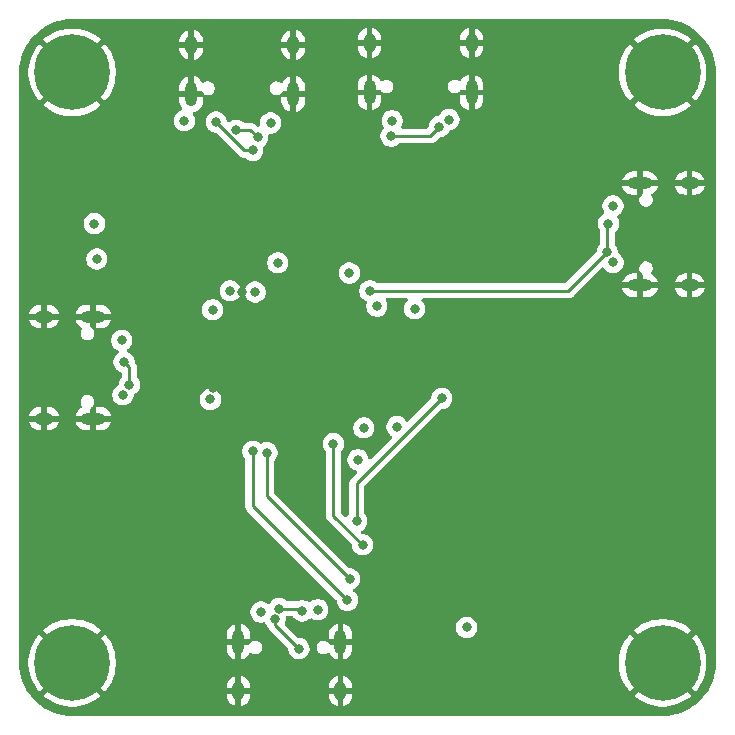
<source format=gbr>
%TF.GenerationSoftware,KiCad,Pcbnew,9.0.1*%
%TF.CreationDate,2025-04-07T20:20:11+02:00*%
%TF.ProjectId,PCB_COM,5043425f-434f-44d2-9e6b-696361645f70,rev?*%
%TF.SameCoordinates,Original*%
%TF.FileFunction,Copper,L4,Bot*%
%TF.FilePolarity,Positive*%
%FSLAX46Y46*%
G04 Gerber Fmt 4.6, Leading zero omitted, Abs format (unit mm)*
G04 Created by KiCad (PCBNEW 9.0.1) date 2025-04-07 20:20:11*
%MOMM*%
%LPD*%
G01*
G04 APERTURE LIST*
%TA.AperFunction,HeatsinkPad*%
%ADD10O,1.600000X1.000000*%
%TD*%
%TA.AperFunction,HeatsinkPad*%
%ADD11O,2.100000X1.000000*%
%TD*%
%TA.AperFunction,HeatsinkPad*%
%ADD12O,1.000000X1.600000*%
%TD*%
%TA.AperFunction,HeatsinkPad*%
%ADD13O,1.000000X2.100000*%
%TD*%
%TA.AperFunction,ComponentPad*%
%ADD14C,0.800000*%
%TD*%
%TA.AperFunction,ComponentPad*%
%ADD15C,6.400000*%
%TD*%
%TA.AperFunction,ViaPad*%
%ADD16C,0.800000*%
%TD*%
%TA.AperFunction,Conductor*%
%ADD17C,0.250000*%
%TD*%
G04 APERTURE END LIST*
D10*
%TO.P,J2,S1,SHIELD*%
%TO.N,GND*%
X120625000Y-104320000D03*
D11*
X124805000Y-104320000D03*
D10*
X120625000Y-95680000D03*
D11*
X124805000Y-95680000D03*
%TD*%
D12*
%TO.P,J6,S1,SHIELD*%
%TO.N,GND*%
X145720000Y-127375000D03*
D13*
X145720000Y-123195000D03*
D12*
X137080000Y-127375000D03*
D13*
X137080000Y-123195000D03*
%TD*%
D10*
%TO.P,J4,S1,SHIELD*%
%TO.N,GND*%
X175275000Y-84380000D03*
D11*
X171095000Y-84380000D03*
D10*
X175275000Y-93020000D03*
D11*
X171095000Y-93020000D03*
%TD*%
D12*
%TO.P,J5,S1,SHIELD*%
%TO.N,GND*%
X133080000Y-72665000D03*
D13*
X133080000Y-76845000D03*
D12*
X141720000Y-72665000D03*
D13*
X141720000Y-76845000D03*
%TD*%
D12*
%TO.P,J3,S1,SHIELD*%
%TO.N,GND*%
X148180000Y-72525000D03*
D13*
X148180000Y-76705000D03*
D12*
X156820000Y-72525000D03*
D13*
X156820000Y-76705000D03*
%TD*%
D14*
%TO.P,H4,1,1*%
%TO.N,GND*%
X175400000Y-125000000D03*
X174697056Y-126697056D03*
X174697056Y-123302944D03*
X173000000Y-127400000D03*
D15*
X173000000Y-125000000D03*
D14*
X173000000Y-122600000D03*
X171302944Y-126697056D03*
X171302944Y-123302944D03*
X170600000Y-125000000D03*
%TD*%
%TO.P,H2,1,1*%
%TO.N,GND*%
X175400000Y-75000000D03*
X174697056Y-76697056D03*
X174697056Y-73302944D03*
X173000000Y-77400000D03*
D15*
X173000000Y-75000000D03*
D14*
X173000000Y-72600000D03*
X171302944Y-76697056D03*
X171302944Y-73302944D03*
X170600000Y-75000000D03*
%TD*%
%TO.P,H1,1,1*%
%TO.N,GND*%
X125400000Y-75000000D03*
X124697056Y-76697056D03*
X124697056Y-73302944D03*
X123000000Y-77400000D03*
D15*
X123000000Y-75000000D03*
D14*
X123000000Y-72600000D03*
X121302944Y-76697056D03*
X121302944Y-73302944D03*
X120600000Y-75000000D03*
%TD*%
%TO.P,H3,1,1*%
%TO.N,GND*%
X125400000Y-125000000D03*
X124697056Y-126697056D03*
X124697056Y-123302944D03*
X123000000Y-127400000D03*
D15*
X123000000Y-125000000D03*
D14*
X123000000Y-122600000D03*
X121302944Y-126697056D03*
X121302944Y-123302944D03*
X120600000Y-125000000D03*
%TD*%
D16*
%TO.N,USART4_TX*%
X140200000Y-121300000D03*
X142200000Y-123800000D03*
%TO.N,USART3_TX*%
X135200000Y-79200000D03*
%TO.N,+5V*%
X132500000Y-79100000D03*
%TO.N,+3.3V*%
X134900000Y-95100000D03*
%TO.N,USART3_RX*%
X136900000Y-79900000D03*
X138700000Y-80500000D03*
%TO.N,USART3_TX*%
X138300000Y-81600000D03*
%TO.N,+3.3V*%
X140408677Y-91130468D03*
%TO.N,GND*%
X129600000Y-93800000D03*
X137374147Y-93608059D03*
%TO.N,USART1_TX*%
X154100000Y-79600000D03*
X150000000Y-80400000D03*
%TO.N,NRST*%
X154300000Y-102600000D03*
X147100000Y-113000000D03*
%TO.N,SWO*%
X145123754Y-106433118D03*
X147600000Y-115000000D03*
%TO.N,SWCLK*%
X139500000Y-107200000D03*
X146500000Y-117900000D03*
%TO.N,SWDIO*%
X138300000Y-107100000D03*
X146300000Y-119700000D03*
%TO.N,USART4_TX*%
X140500000Y-120400000D03*
X142500000Y-120600000D03*
%TO.N,USART2_RX*%
X148200000Y-93500000D03*
X168300000Y-90200000D03*
X168400000Y-87800000D03*
%TO.N,GND*%
X134962729Y-101735131D03*
X137800000Y-105100000D03*
%TO.N,USB_DP*%
X127854701Y-101467947D03*
X127400000Y-99525000D03*
%TO.N,+3.3V*%
X156400000Y-122000000D03*
X134700000Y-102700000D03*
X136380000Y-93500000D03*
X138500000Y-93600000D03*
X146480000Y-92000000D03*
X152000000Y-95000000D03*
X148800000Y-94800000D03*
X150500000Y-105000000D03*
X147700000Y-105100000D03*
X147200000Y-107800000D03*
%TO.N,+5V*%
X143800000Y-120500000D03*
X139000000Y-120700000D03*
X127300000Y-102300000D03*
X127200000Y-97700000D03*
X125087500Y-90800000D03*
X124887500Y-87800000D03*
X168800000Y-91100000D03*
X168800000Y-86300000D03*
X150100000Y-79100000D03*
X154900000Y-79000000D03*
X139800000Y-79300000D03*
%TD*%
D17*
%TO.N,USART4_TX*%
X140200000Y-121800000D02*
X142200000Y-123800000D01*
X140200000Y-121300000D02*
X140200000Y-121800000D01*
%TO.N,USART3_TX*%
X135200000Y-79226720D02*
X135200000Y-79200000D01*
X137573280Y-81600000D02*
X135200000Y-79226720D01*
X138300000Y-81600000D02*
X137573280Y-81600000D01*
%TO.N,USART3_RX*%
X136900000Y-79900000D02*
X138100000Y-79900000D01*
X138100000Y-79900000D02*
X138700000Y-80500000D01*
%TO.N,USART1_TX*%
X153300000Y-80400000D02*
X150000000Y-80400000D01*
X154100000Y-79600000D02*
X153300000Y-80400000D01*
%TO.N,NRST*%
X147100000Y-109800000D02*
X147100000Y-113000000D01*
X154300000Y-102600000D02*
X147100000Y-109800000D01*
%TO.N,SWO*%
X145123754Y-112523754D02*
X147600000Y-115000000D01*
X145123754Y-106433118D02*
X145123754Y-112523754D01*
%TO.N,SWCLK*%
X139500000Y-110900000D02*
X139500000Y-107200000D01*
X146500000Y-117900000D02*
X139500000Y-110900000D01*
%TO.N,SWDIO*%
X146300000Y-119700000D02*
X138300000Y-111700000D01*
X138300000Y-111700000D02*
X138300000Y-107100000D01*
%TO.N,USART4_TX*%
X142300000Y-120400000D02*
X142500000Y-120600000D01*
X140500000Y-120400000D02*
X142300000Y-120400000D01*
%TO.N,USART2_RX*%
X165000000Y-93500000D02*
X168300000Y-90200000D01*
X148200000Y-93500000D02*
X165000000Y-93500000D01*
X168300000Y-87900000D02*
X168400000Y-87800000D01*
X168300000Y-90200000D02*
X168300000Y-87900000D01*
%TO.N,USB_DP*%
X127854701Y-99979701D02*
X127400000Y-99525000D01*
X127854701Y-101467947D02*
X127854701Y-99979701D01*
%TD*%
%TA.AperFunction,Conductor*%
%TO.N,GND*%
G36*
X173002702Y-70500617D02*
G01*
X173386771Y-70517386D01*
X173397506Y-70518326D01*
X173775971Y-70568152D01*
X173786597Y-70570025D01*
X174159284Y-70652648D01*
X174169710Y-70655442D01*
X174533765Y-70770227D01*
X174543911Y-70773920D01*
X174896578Y-70920000D01*
X174906369Y-70924566D01*
X175244942Y-71100816D01*
X175254310Y-71106224D01*
X175576244Y-71311318D01*
X175585105Y-71317523D01*
X175887930Y-71549889D01*
X175896217Y-71556843D01*
X176177635Y-71814715D01*
X176185284Y-71822364D01*
X176443156Y-72103782D01*
X176450110Y-72112069D01*
X176682476Y-72414894D01*
X176688681Y-72423755D01*
X176893775Y-72745689D01*
X176899183Y-72755057D01*
X177075430Y-73093623D01*
X177080002Y-73103427D01*
X177226075Y-73456078D01*
X177229775Y-73466244D01*
X177344554Y-73830278D01*
X177347354Y-73840727D01*
X177429971Y-74213389D01*
X177431849Y-74224042D01*
X177481671Y-74602473D01*
X177482614Y-74613249D01*
X177499382Y-74997297D01*
X177499500Y-75002706D01*
X177499500Y-124997293D01*
X177499382Y-125002702D01*
X177482614Y-125386750D01*
X177481671Y-125397526D01*
X177431849Y-125775957D01*
X177429971Y-125786610D01*
X177347354Y-126159272D01*
X177344554Y-126169721D01*
X177229775Y-126533755D01*
X177226075Y-126543921D01*
X177080002Y-126896572D01*
X177075430Y-126906376D01*
X176899183Y-127244942D01*
X176893775Y-127254310D01*
X176688681Y-127576244D01*
X176682476Y-127585105D01*
X176450110Y-127887930D01*
X176443156Y-127896217D01*
X176185284Y-128177635D01*
X176177635Y-128185284D01*
X175896217Y-128443156D01*
X175887930Y-128450110D01*
X175585105Y-128682476D01*
X175576244Y-128688681D01*
X175254310Y-128893775D01*
X175244942Y-128899183D01*
X174906376Y-129075430D01*
X174896572Y-129080002D01*
X174543921Y-129226075D01*
X174533755Y-129229775D01*
X174169721Y-129344554D01*
X174159272Y-129347354D01*
X173786610Y-129429971D01*
X173775957Y-129431849D01*
X173397526Y-129481671D01*
X173386750Y-129482614D01*
X173002703Y-129499382D01*
X172997294Y-129499500D01*
X123002706Y-129499500D01*
X122997297Y-129499382D01*
X122613249Y-129482614D01*
X122602473Y-129481671D01*
X122224042Y-129431849D01*
X122213389Y-129429971D01*
X121840727Y-129347354D01*
X121830278Y-129344554D01*
X121466244Y-129229775D01*
X121456078Y-129226075D01*
X121103427Y-129080002D01*
X121093623Y-129075430D01*
X120755057Y-128899183D01*
X120745689Y-128893775D01*
X120423755Y-128688681D01*
X120414894Y-128682476D01*
X120112069Y-128450110D01*
X120103782Y-128443156D01*
X119822364Y-128185284D01*
X119814715Y-128177635D01*
X119556843Y-127896217D01*
X119549889Y-127887930D01*
X119493921Y-127814991D01*
X119317523Y-127585105D01*
X119311318Y-127576244D01*
X119106224Y-127254310D01*
X119100816Y-127244942D01*
X118924566Y-126906369D01*
X118919997Y-126896572D01*
X118917604Y-126890795D01*
X118773920Y-126543911D01*
X118770224Y-126533755D01*
X118655442Y-126169710D01*
X118652648Y-126159284D01*
X118570025Y-125786597D01*
X118568152Y-125775971D01*
X118518326Y-125397506D01*
X118517386Y-125386771D01*
X118500618Y-125002702D01*
X118500500Y-124997293D01*
X118500500Y-124818234D01*
X119300000Y-124818234D01*
X119300000Y-125181765D01*
X119335632Y-125543556D01*
X119406550Y-125900090D01*
X119406553Y-125900101D01*
X119512086Y-126247997D01*
X119651207Y-126583864D01*
X119651209Y-126583869D01*
X119822570Y-126904462D01*
X119822581Y-126904480D01*
X120024551Y-127206750D01*
X120211678Y-127434765D01*
X120211679Y-127434766D01*
X121705747Y-125940697D01*
X121779588Y-126042330D01*
X121957670Y-126220412D01*
X122059301Y-126294251D01*
X120565232Y-127788319D01*
X120565233Y-127788320D01*
X120793249Y-127975448D01*
X121095519Y-128177418D01*
X121095537Y-128177429D01*
X121416130Y-128348790D01*
X121416135Y-128348792D01*
X121752002Y-128487913D01*
X122099898Y-128593446D01*
X122099909Y-128593449D01*
X122456443Y-128664367D01*
X122818234Y-128700000D01*
X123181766Y-128700000D01*
X123543556Y-128664367D01*
X123900090Y-128593449D01*
X123900101Y-128593446D01*
X124247997Y-128487913D01*
X124583864Y-128348792D01*
X124583869Y-128348790D01*
X124904462Y-128177429D01*
X124904480Y-128177418D01*
X125206736Y-127975457D01*
X125206750Y-127975447D01*
X125434765Y-127788320D01*
X125434766Y-127788319D01*
X125307766Y-127661319D01*
X123940698Y-126294251D01*
X124042330Y-126220412D01*
X124220412Y-126042330D01*
X124294251Y-125940698D01*
X125788319Y-127434766D01*
X125788320Y-127434765D01*
X125975447Y-127206750D01*
X125975457Y-127206736D01*
X126129293Y-126976504D01*
X136080000Y-126976504D01*
X136080000Y-127125000D01*
X136780000Y-127125000D01*
X136780000Y-127625000D01*
X136080000Y-127625000D01*
X136080000Y-127773495D01*
X136118427Y-127966681D01*
X136118430Y-127966693D01*
X136193807Y-128148671D01*
X136193814Y-128148684D01*
X136303248Y-128312462D01*
X136303251Y-128312466D01*
X136442533Y-128451748D01*
X136442537Y-128451751D01*
X136606315Y-128561185D01*
X136606328Y-128561192D01*
X136788308Y-128636569D01*
X136830000Y-128644862D01*
X136830000Y-127841988D01*
X136839940Y-127859205D01*
X136895795Y-127915060D01*
X136964204Y-127954556D01*
X137040504Y-127975000D01*
X137119496Y-127975000D01*
X137195796Y-127954556D01*
X137264205Y-127915060D01*
X137320060Y-127859205D01*
X137330000Y-127841988D01*
X137330000Y-128644862D01*
X137371690Y-128636569D01*
X137371692Y-128636569D01*
X137553671Y-128561192D01*
X137553684Y-128561185D01*
X137717462Y-128451751D01*
X137717466Y-128451748D01*
X137856748Y-128312466D01*
X137856751Y-128312462D01*
X137966185Y-128148684D01*
X137966192Y-128148671D01*
X138041569Y-127966693D01*
X138041572Y-127966681D01*
X138079999Y-127773495D01*
X138080000Y-127773492D01*
X138080000Y-127625000D01*
X137380000Y-127625000D01*
X137380000Y-127125000D01*
X138080000Y-127125000D01*
X138080000Y-126976508D01*
X138079999Y-126976504D01*
X144720000Y-126976504D01*
X144720000Y-127125000D01*
X145420000Y-127125000D01*
X145420000Y-127625000D01*
X144720000Y-127625000D01*
X144720000Y-127773495D01*
X144758427Y-127966681D01*
X144758430Y-127966693D01*
X144833807Y-128148671D01*
X144833814Y-128148684D01*
X144943248Y-128312462D01*
X144943251Y-128312466D01*
X145082533Y-128451748D01*
X145082537Y-128451751D01*
X145246315Y-128561185D01*
X145246328Y-128561192D01*
X145428308Y-128636569D01*
X145470000Y-128644862D01*
X145470000Y-127841988D01*
X145479940Y-127859205D01*
X145535795Y-127915060D01*
X145604204Y-127954556D01*
X145680504Y-127975000D01*
X145759496Y-127975000D01*
X145835796Y-127954556D01*
X145904205Y-127915060D01*
X145960060Y-127859205D01*
X145970000Y-127841988D01*
X145970000Y-128644862D01*
X146011690Y-128636569D01*
X146011692Y-128636569D01*
X146193671Y-128561192D01*
X146193684Y-128561185D01*
X146357462Y-128451751D01*
X146357466Y-128451748D01*
X146496748Y-128312466D01*
X146496751Y-128312462D01*
X146606185Y-128148684D01*
X146606192Y-128148671D01*
X146681569Y-127966693D01*
X146681572Y-127966681D01*
X146719999Y-127773495D01*
X146720000Y-127773492D01*
X146720000Y-127625000D01*
X146020000Y-127625000D01*
X146020000Y-127125000D01*
X146720000Y-127125000D01*
X146720000Y-126976508D01*
X146719999Y-126976504D01*
X146681572Y-126783318D01*
X146681569Y-126783306D01*
X146606192Y-126601328D01*
X146606185Y-126601315D01*
X146496751Y-126437537D01*
X146496748Y-126437533D01*
X146357466Y-126298251D01*
X146357462Y-126298248D01*
X146193684Y-126188814D01*
X146193671Y-126188807D01*
X146011691Y-126113429D01*
X146011683Y-126113427D01*
X145970000Y-126105135D01*
X145970000Y-126908011D01*
X145960060Y-126890795D01*
X145904205Y-126834940D01*
X145835796Y-126795444D01*
X145759496Y-126775000D01*
X145680504Y-126775000D01*
X145604204Y-126795444D01*
X145535795Y-126834940D01*
X145479940Y-126890795D01*
X145470000Y-126908011D01*
X145470000Y-126105136D01*
X145469999Y-126105135D01*
X145428316Y-126113427D01*
X145428308Y-126113429D01*
X145246328Y-126188807D01*
X145246315Y-126188814D01*
X145082537Y-126298248D01*
X145082533Y-126298251D01*
X144943251Y-126437533D01*
X144943248Y-126437537D01*
X144833814Y-126601315D01*
X144833807Y-126601328D01*
X144758430Y-126783306D01*
X144758427Y-126783318D01*
X144720000Y-126976504D01*
X138079999Y-126976504D01*
X138041572Y-126783318D01*
X138041569Y-126783306D01*
X137966192Y-126601328D01*
X137966185Y-126601315D01*
X137856751Y-126437537D01*
X137856748Y-126437533D01*
X137717466Y-126298251D01*
X137717462Y-126298248D01*
X137553684Y-126188814D01*
X137553671Y-126188807D01*
X137371691Y-126113429D01*
X137371683Y-126113427D01*
X137330000Y-126105135D01*
X137330000Y-126908011D01*
X137320060Y-126890795D01*
X137264205Y-126834940D01*
X137195796Y-126795444D01*
X137119496Y-126775000D01*
X137040504Y-126775000D01*
X136964204Y-126795444D01*
X136895795Y-126834940D01*
X136839940Y-126890795D01*
X136830000Y-126908011D01*
X136830000Y-126105136D01*
X136829999Y-126105135D01*
X136788316Y-126113427D01*
X136788308Y-126113429D01*
X136606328Y-126188807D01*
X136606315Y-126188814D01*
X136442537Y-126298248D01*
X136442533Y-126298251D01*
X136303251Y-126437533D01*
X136303248Y-126437537D01*
X136193814Y-126601315D01*
X136193807Y-126601328D01*
X136118430Y-126783306D01*
X136118427Y-126783318D01*
X136080000Y-126976504D01*
X126129293Y-126976504D01*
X126177424Y-126904471D01*
X126348790Y-126583869D01*
X126348792Y-126583864D01*
X126487913Y-126247997D01*
X126593446Y-125900101D01*
X126593449Y-125900090D01*
X126664367Y-125543556D01*
X126700000Y-125181765D01*
X126700000Y-124818234D01*
X169300000Y-124818234D01*
X169300000Y-125181765D01*
X169335632Y-125543556D01*
X169406550Y-125900090D01*
X169406553Y-125900101D01*
X169512086Y-126247997D01*
X169651207Y-126583864D01*
X169651209Y-126583869D01*
X169822570Y-126904462D01*
X169822581Y-126904480D01*
X170024551Y-127206750D01*
X170211678Y-127434765D01*
X170211679Y-127434766D01*
X171705747Y-125940697D01*
X171779588Y-126042330D01*
X171957670Y-126220412D01*
X172059301Y-126294251D01*
X170565232Y-127788319D01*
X170565233Y-127788320D01*
X170793249Y-127975448D01*
X171095519Y-128177418D01*
X171095537Y-128177429D01*
X171416130Y-128348790D01*
X171416135Y-128348792D01*
X171752002Y-128487913D01*
X172099898Y-128593446D01*
X172099909Y-128593449D01*
X172456443Y-128664367D01*
X172818234Y-128700000D01*
X173181766Y-128700000D01*
X173543556Y-128664367D01*
X173900090Y-128593449D01*
X173900101Y-128593446D01*
X174247997Y-128487913D01*
X174583864Y-128348792D01*
X174583869Y-128348790D01*
X174904462Y-128177429D01*
X174904480Y-128177418D01*
X175206736Y-127975457D01*
X175206750Y-127975447D01*
X175434765Y-127788320D01*
X175434766Y-127788319D01*
X173940698Y-126294251D01*
X174042330Y-126220412D01*
X174220412Y-126042330D01*
X174294251Y-125940698D01*
X175788319Y-127434766D01*
X175788320Y-127434765D01*
X175975447Y-127206750D01*
X175975457Y-127206736D01*
X176177418Y-126904480D01*
X176177429Y-126904462D01*
X176348790Y-126583869D01*
X176348792Y-126583864D01*
X176487913Y-126247997D01*
X176593446Y-125900101D01*
X176593449Y-125900090D01*
X176664367Y-125543556D01*
X176700000Y-125181765D01*
X176700000Y-124818234D01*
X176664367Y-124456443D01*
X176593449Y-124099909D01*
X176593446Y-124099898D01*
X176487913Y-123752002D01*
X176348792Y-123416135D01*
X176348790Y-123416130D01*
X176177429Y-123095537D01*
X176177418Y-123095519D01*
X175975448Y-122793249D01*
X175788320Y-122565233D01*
X175788319Y-122565232D01*
X174294251Y-124059300D01*
X174220412Y-123957670D01*
X174042330Y-123779588D01*
X173940698Y-123705748D01*
X175434766Y-122211679D01*
X175434765Y-122211678D01*
X175206750Y-122024551D01*
X174904480Y-121822581D01*
X174904462Y-121822570D01*
X174583869Y-121651209D01*
X174583864Y-121651207D01*
X174247997Y-121512086D01*
X173900101Y-121406553D01*
X173900090Y-121406550D01*
X173543556Y-121335632D01*
X173181766Y-121300000D01*
X172818234Y-121300000D01*
X172456443Y-121335632D01*
X172099909Y-121406550D01*
X172099898Y-121406553D01*
X171752002Y-121512086D01*
X171416135Y-121651207D01*
X171416130Y-121651209D01*
X171095537Y-121822570D01*
X171095519Y-121822581D01*
X170793258Y-122024545D01*
X170793254Y-122024548D01*
X170565233Y-122211679D01*
X170565233Y-122211680D01*
X172059301Y-123705748D01*
X171957670Y-123779588D01*
X171779588Y-123957670D01*
X171705748Y-124059301D01*
X170211680Y-122565233D01*
X170211679Y-122565233D01*
X170024548Y-122793254D01*
X170024545Y-122793258D01*
X169822581Y-123095519D01*
X169822570Y-123095537D01*
X169651209Y-123416130D01*
X169651207Y-123416135D01*
X169512086Y-123752002D01*
X169406553Y-124099898D01*
X169406550Y-124099909D01*
X169335632Y-124456443D01*
X169300000Y-124818234D01*
X126700000Y-124818234D01*
X126664367Y-124456443D01*
X126593449Y-124099909D01*
X126593446Y-124099898D01*
X126487913Y-123752002D01*
X126359130Y-123441091D01*
X126348790Y-123416129D01*
X126177429Y-123095537D01*
X126177418Y-123095519D01*
X125975448Y-122793249D01*
X125832513Y-122619082D01*
X125832512Y-122619081D01*
X125788319Y-122565232D01*
X124294251Y-124059300D01*
X124220412Y-123957670D01*
X124042330Y-123779588D01*
X123940698Y-123705748D01*
X125099941Y-122546504D01*
X136080000Y-122546504D01*
X136080000Y-122945000D01*
X136780000Y-122945000D01*
X136780000Y-123445000D01*
X136080000Y-123445000D01*
X136080000Y-123843495D01*
X136118427Y-124036681D01*
X136118430Y-124036693D01*
X136193807Y-124218671D01*
X136193814Y-124218684D01*
X136303248Y-124382462D01*
X136303251Y-124382466D01*
X136442533Y-124521748D01*
X136442537Y-124521751D01*
X136606315Y-124631185D01*
X136606328Y-124631192D01*
X136788308Y-124706569D01*
X136830000Y-124714862D01*
X136830000Y-123911988D01*
X136839940Y-123929205D01*
X136895795Y-123985060D01*
X136964204Y-124024556D01*
X137040504Y-124045000D01*
X137119496Y-124045000D01*
X137195796Y-124024556D01*
X137264205Y-123985060D01*
X137320060Y-123929205D01*
X137330000Y-123911988D01*
X137330000Y-124714862D01*
X137371690Y-124706569D01*
X137371692Y-124706569D01*
X137553671Y-124631192D01*
X137553684Y-124631185D01*
X137717462Y-124521751D01*
X137717466Y-124521748D01*
X137856748Y-124382466D01*
X137856751Y-124382462D01*
X137966185Y-124218684D01*
X137966186Y-124218682D01*
X137970129Y-124209163D01*
X138013968Y-124154757D01*
X138080261Y-124132689D01*
X138147961Y-124149965D01*
X138153400Y-124153647D01*
X138279665Y-124226547D01*
X138287865Y-124231281D01*
X138434234Y-124270500D01*
X138434236Y-124270500D01*
X138585764Y-124270500D01*
X138585766Y-124270500D01*
X138732135Y-124231281D01*
X138863365Y-124155515D01*
X138970515Y-124048365D01*
X139046281Y-123917135D01*
X139085500Y-123770766D01*
X139085500Y-123619234D01*
X139046281Y-123472865D01*
X138970515Y-123341635D01*
X138863365Y-123234485D01*
X138797750Y-123196602D01*
X138732136Y-123158719D01*
X138658950Y-123139109D01*
X138585766Y-123119500D01*
X138434234Y-123119500D01*
X138287863Y-123158719D01*
X138156635Y-123234485D01*
X138156632Y-123234487D01*
X138049487Y-123341632D01*
X138049483Y-123341638D01*
X138025603Y-123383000D01*
X137975036Y-123431216D01*
X137918216Y-123445000D01*
X137380000Y-123445000D01*
X137380000Y-122945000D01*
X138080000Y-122945000D01*
X138080000Y-122546508D01*
X138079999Y-122546504D01*
X138041572Y-122353318D01*
X138041569Y-122353306D01*
X137966192Y-122171328D01*
X137966185Y-122171315D01*
X137856751Y-122007537D01*
X137856748Y-122007533D01*
X137717466Y-121868251D01*
X137717462Y-121868248D01*
X137553684Y-121758814D01*
X137553671Y-121758807D01*
X137371691Y-121683429D01*
X137371683Y-121683427D01*
X137330000Y-121675135D01*
X137330000Y-122478011D01*
X137320060Y-122460795D01*
X137264205Y-122404940D01*
X137195796Y-122365444D01*
X137119496Y-122345000D01*
X137040504Y-122345000D01*
X136964204Y-122365444D01*
X136895795Y-122404940D01*
X136839940Y-122460795D01*
X136830000Y-122478011D01*
X136830000Y-121675136D01*
X136829999Y-121675135D01*
X136788316Y-121683427D01*
X136788308Y-121683429D01*
X136606328Y-121758807D01*
X136606315Y-121758814D01*
X136442537Y-121868248D01*
X136442533Y-121868251D01*
X136303251Y-122007533D01*
X136303248Y-122007537D01*
X136193814Y-122171315D01*
X136193807Y-122171328D01*
X136118430Y-122353306D01*
X136118427Y-122353318D01*
X136080000Y-122546504D01*
X125099941Y-122546504D01*
X125434766Y-122211679D01*
X125434765Y-122211678D01*
X125206750Y-122024551D01*
X124904480Y-121822581D01*
X124904462Y-121822570D01*
X124583869Y-121651209D01*
X124583864Y-121651207D01*
X124247997Y-121512086D01*
X123900101Y-121406553D01*
X123900090Y-121406550D01*
X123543556Y-121335632D01*
X123181766Y-121300000D01*
X122818234Y-121300000D01*
X122456443Y-121335632D01*
X122099909Y-121406550D01*
X122099898Y-121406553D01*
X121752002Y-121512086D01*
X121416135Y-121651207D01*
X121416130Y-121651209D01*
X121095537Y-121822570D01*
X121095519Y-121822581D01*
X120793258Y-122024545D01*
X120793254Y-122024548D01*
X120565233Y-122211679D01*
X120565233Y-122211680D01*
X122059301Y-123705748D01*
X121957670Y-123779588D01*
X121779588Y-123957670D01*
X121705748Y-124059301D01*
X120211680Y-122565233D01*
X120211679Y-122565233D01*
X120024548Y-122793254D01*
X120024545Y-122793258D01*
X119822581Y-123095519D01*
X119822570Y-123095537D01*
X119651209Y-123416130D01*
X119651207Y-123416135D01*
X119512086Y-123752002D01*
X119406553Y-124099898D01*
X119406550Y-124099909D01*
X119335632Y-124456443D01*
X119300000Y-124818234D01*
X118500500Y-124818234D01*
X118500500Y-120611304D01*
X138099500Y-120611304D01*
X138099500Y-120788695D01*
X138134103Y-120962658D01*
X138134106Y-120962667D01*
X138201983Y-121126540D01*
X138201990Y-121126553D01*
X138300535Y-121274034D01*
X138300538Y-121274038D01*
X138425961Y-121399461D01*
X138425965Y-121399464D01*
X138573446Y-121498009D01*
X138573459Y-121498016D01*
X138670737Y-121538309D01*
X138737334Y-121565894D01*
X138737336Y-121565894D01*
X138737341Y-121565896D01*
X138911304Y-121600499D01*
X138911307Y-121600500D01*
X138911309Y-121600500D01*
X139088693Y-121600500D01*
X139198789Y-121578600D01*
X139230093Y-121572373D01*
X139299685Y-121578600D01*
X139354862Y-121621463D01*
X139368846Y-121646538D01*
X139401983Y-121726540D01*
X139401990Y-121726553D01*
X139500534Y-121874033D01*
X139500535Y-121874034D01*
X139500536Y-121874035D01*
X139573732Y-121947231D01*
X139575463Y-121949632D01*
X139576835Y-121950447D01*
X139583263Y-121960454D01*
X139596953Y-121979446D01*
X139598928Y-121983396D01*
X139645688Y-122096286D01*
X139679915Y-122147509D01*
X139684237Y-122153978D01*
X139684238Y-122153979D01*
X139714141Y-122198733D01*
X139805586Y-122290178D01*
X139805608Y-122290198D01*
X141263181Y-123747771D01*
X141296666Y-123809094D01*
X141299500Y-123835452D01*
X141299500Y-123888695D01*
X141334103Y-124062658D01*
X141334106Y-124062667D01*
X141401983Y-124226540D01*
X141401990Y-124226553D01*
X141500535Y-124374034D01*
X141500538Y-124374038D01*
X141625961Y-124499461D01*
X141625965Y-124499464D01*
X141773446Y-124598009D01*
X141773459Y-124598016D01*
X141853538Y-124631185D01*
X141937334Y-124665894D01*
X141937336Y-124665894D01*
X141937341Y-124665896D01*
X142111304Y-124700499D01*
X142111307Y-124700500D01*
X142111309Y-124700500D01*
X142288693Y-124700500D01*
X142288694Y-124700499D01*
X142346682Y-124688964D01*
X142462658Y-124665896D01*
X142462661Y-124665894D01*
X142462666Y-124665894D01*
X142626547Y-124598013D01*
X142774035Y-124499464D01*
X142899464Y-124374035D01*
X142998013Y-124226547D01*
X143065894Y-124062666D01*
X143068739Y-124048367D01*
X143100499Y-123888695D01*
X143100500Y-123888693D01*
X143100500Y-123711306D01*
X143100499Y-123711304D01*
X143085381Y-123635298D01*
X143082186Y-123619234D01*
X143714500Y-123619234D01*
X143714500Y-123770765D01*
X143753719Y-123917136D01*
X143777122Y-123957670D01*
X143829485Y-124048365D01*
X143936635Y-124155515D01*
X144050281Y-124221129D01*
X144059665Y-124226547D01*
X144067865Y-124231281D01*
X144214234Y-124270500D01*
X144214236Y-124270500D01*
X144365764Y-124270500D01*
X144365766Y-124270500D01*
X144512135Y-124231281D01*
X144643365Y-124155515D01*
X144643366Y-124155513D01*
X144650403Y-124151451D01*
X144651676Y-124153656D01*
X144704956Y-124133043D01*
X144773405Y-124147063D01*
X144823407Y-124195864D01*
X144829867Y-124209157D01*
X144833809Y-124218674D01*
X144833814Y-124218684D01*
X144943248Y-124382462D01*
X144943251Y-124382466D01*
X145082533Y-124521748D01*
X145082537Y-124521751D01*
X145246315Y-124631185D01*
X145246328Y-124631192D01*
X145428308Y-124706569D01*
X145470000Y-124714862D01*
X145470000Y-123911988D01*
X145479940Y-123929205D01*
X145535795Y-123985060D01*
X145604204Y-124024556D01*
X145680504Y-124045000D01*
X145759496Y-124045000D01*
X145835796Y-124024556D01*
X145904205Y-123985060D01*
X145960060Y-123929205D01*
X145970000Y-123911988D01*
X145970000Y-124714862D01*
X146011689Y-124706570D01*
X146026040Y-124700626D01*
X146026041Y-124700625D01*
X146193671Y-124631192D01*
X146193684Y-124631185D01*
X146357462Y-124521751D01*
X146357466Y-124521748D01*
X146496748Y-124382466D01*
X146496751Y-124382462D01*
X146606185Y-124218684D01*
X146606192Y-124218671D01*
X146681569Y-124036693D01*
X146681572Y-124036681D01*
X146719999Y-123843495D01*
X146720000Y-123843492D01*
X146720000Y-123445000D01*
X146020000Y-123445000D01*
X146020000Y-122945000D01*
X146720000Y-122945000D01*
X146720000Y-122546508D01*
X146719999Y-122546504D01*
X146681572Y-122353318D01*
X146681569Y-122353306D01*
X146606192Y-122171328D01*
X146606185Y-122171315D01*
X146496751Y-122007537D01*
X146496748Y-122007533D01*
X146400519Y-121911304D01*
X155499500Y-121911304D01*
X155499500Y-122088695D01*
X155534103Y-122262658D01*
X155534106Y-122262667D01*
X155601983Y-122426540D01*
X155601990Y-122426553D01*
X155700535Y-122574034D01*
X155700538Y-122574038D01*
X155825961Y-122699461D01*
X155825965Y-122699464D01*
X155973446Y-122798009D01*
X155973459Y-122798016D01*
X156096363Y-122848923D01*
X156137334Y-122865894D01*
X156137336Y-122865894D01*
X156137341Y-122865896D01*
X156311304Y-122900499D01*
X156311307Y-122900500D01*
X156311309Y-122900500D01*
X156488693Y-122900500D01*
X156488694Y-122900499D01*
X156546682Y-122888964D01*
X156662658Y-122865896D01*
X156662661Y-122865894D01*
X156662666Y-122865894D01*
X156826547Y-122798013D01*
X156974035Y-122699464D01*
X157099464Y-122574035D01*
X157198013Y-122426547D01*
X157265894Y-122262666D01*
X157267109Y-122256555D01*
X157271139Y-122236301D01*
X157271139Y-122236299D01*
X157300499Y-122088695D01*
X157300500Y-122088693D01*
X157300500Y-121911306D01*
X157300499Y-121911304D01*
X157265896Y-121737341D01*
X157265893Y-121737332D01*
X157198016Y-121573459D01*
X157198009Y-121573446D01*
X157099464Y-121425965D01*
X157099461Y-121425961D01*
X156974038Y-121300538D01*
X156974034Y-121300535D01*
X156826553Y-121201990D01*
X156826540Y-121201983D01*
X156662667Y-121134106D01*
X156662658Y-121134103D01*
X156488694Y-121099500D01*
X156488691Y-121099500D01*
X156311309Y-121099500D01*
X156311306Y-121099500D01*
X156137341Y-121134103D01*
X156137332Y-121134106D01*
X155973459Y-121201983D01*
X155973446Y-121201990D01*
X155825965Y-121300535D01*
X155825961Y-121300538D01*
X155700538Y-121425961D01*
X155700535Y-121425965D01*
X155601990Y-121573446D01*
X155601983Y-121573459D01*
X155534106Y-121737332D01*
X155534103Y-121737341D01*
X155499500Y-121911304D01*
X146400519Y-121911304D01*
X146357466Y-121868251D01*
X146357462Y-121868248D01*
X146193684Y-121758814D01*
X146193671Y-121758807D01*
X146011691Y-121683429D01*
X146011683Y-121683427D01*
X145970000Y-121675135D01*
X145970000Y-122478011D01*
X145960060Y-122460795D01*
X145904205Y-122404940D01*
X145835796Y-122365444D01*
X145759496Y-122345000D01*
X145680504Y-122345000D01*
X145604204Y-122365444D01*
X145535795Y-122404940D01*
X145479940Y-122460795D01*
X145470000Y-122478011D01*
X145470000Y-121675136D01*
X145469999Y-121675135D01*
X145428316Y-121683427D01*
X145428308Y-121683429D01*
X145246328Y-121758807D01*
X145246315Y-121758814D01*
X145082537Y-121868248D01*
X145082533Y-121868251D01*
X144943251Y-122007533D01*
X144943248Y-122007537D01*
X144833814Y-122171315D01*
X144833807Y-122171328D01*
X144758430Y-122353306D01*
X144758427Y-122353318D01*
X144720000Y-122546504D01*
X144720000Y-122945000D01*
X145420000Y-122945000D01*
X145420000Y-123445000D01*
X144881784Y-123445000D01*
X144814745Y-123425315D01*
X144774397Y-123383000D01*
X144750515Y-123341635D01*
X144643365Y-123234485D01*
X144577750Y-123196602D01*
X144512136Y-123158719D01*
X144438950Y-123139109D01*
X144365766Y-123119500D01*
X144214234Y-123119500D01*
X144067863Y-123158719D01*
X143936635Y-123234485D01*
X143936632Y-123234487D01*
X143829487Y-123341632D01*
X143829485Y-123341635D01*
X143753719Y-123472863D01*
X143714500Y-123619234D01*
X143082186Y-123619234D01*
X143065896Y-123537342D01*
X143065893Y-123537332D01*
X142998016Y-123373459D01*
X142998009Y-123373446D01*
X142899464Y-123225965D01*
X142899461Y-123225961D01*
X142774038Y-123100538D01*
X142774034Y-123100535D01*
X142626553Y-123001990D01*
X142626540Y-123001983D01*
X142462667Y-122934106D01*
X142462658Y-122934103D01*
X142288694Y-122899500D01*
X142288691Y-122899500D01*
X142235452Y-122899500D01*
X142168413Y-122879815D01*
X142147771Y-122863181D01*
X141060442Y-121775852D01*
X141026957Y-121714529D01*
X141031941Y-121644837D01*
X141033537Y-121640780D01*
X141065894Y-121562666D01*
X141100500Y-121388691D01*
X141100500Y-121211309D01*
X141100500Y-121211306D01*
X141100499Y-121211304D01*
X141093018Y-121173691D01*
X141099245Y-121104100D01*
X141142108Y-121048922D01*
X141207998Y-121025678D01*
X141214635Y-121025500D01*
X141635008Y-121025500D01*
X141702047Y-121045185D01*
X141738110Y-121080609D01*
X141800535Y-121174034D01*
X141800538Y-121174038D01*
X141925961Y-121299461D01*
X141925965Y-121299464D01*
X142073446Y-121398009D01*
X142073459Y-121398016D01*
X142196363Y-121448923D01*
X142237334Y-121465894D01*
X142237336Y-121465894D01*
X142237341Y-121465896D01*
X142411304Y-121500499D01*
X142411307Y-121500500D01*
X142411309Y-121500500D01*
X142588693Y-121500500D01*
X142588694Y-121500499D01*
X142646682Y-121488964D01*
X142762658Y-121465896D01*
X142762661Y-121465894D01*
X142762666Y-121465894D01*
X142926547Y-121398013D01*
X143074035Y-121299464D01*
X143122876Y-121250623D01*
X143184199Y-121217137D01*
X143253890Y-121222121D01*
X143279445Y-121235198D01*
X143373453Y-121298013D01*
X143373455Y-121298014D01*
X143373459Y-121298016D01*
X143464274Y-121335632D01*
X143537334Y-121365894D01*
X143537336Y-121365894D01*
X143537341Y-121365896D01*
X143711304Y-121400499D01*
X143711307Y-121400500D01*
X143711309Y-121400500D01*
X143888693Y-121400500D01*
X143888694Y-121400499D01*
X143948058Y-121388691D01*
X144062658Y-121365896D01*
X144062661Y-121365894D01*
X144062666Y-121365894D01*
X144226547Y-121298013D01*
X144374035Y-121199464D01*
X144499464Y-121074035D01*
X144598013Y-120926547D01*
X144665894Y-120762666D01*
X144700500Y-120588691D01*
X144700500Y-120411309D01*
X144700500Y-120411306D01*
X144700499Y-120411304D01*
X144665896Y-120237341D01*
X144665893Y-120237332D01*
X144598016Y-120073459D01*
X144598009Y-120073446D01*
X144499464Y-119925965D01*
X144499461Y-119925961D01*
X144374038Y-119800538D01*
X144374034Y-119800535D01*
X144226553Y-119701990D01*
X144226540Y-119701983D01*
X144062667Y-119634106D01*
X144062658Y-119634103D01*
X143888694Y-119599500D01*
X143888691Y-119599500D01*
X143711309Y-119599500D01*
X143711306Y-119599500D01*
X143537341Y-119634103D01*
X143537332Y-119634106D01*
X143373459Y-119701983D01*
X143373446Y-119701990D01*
X143225965Y-119800535D01*
X143225960Y-119800539D01*
X143177121Y-119849378D01*
X143115798Y-119882862D01*
X143046106Y-119877877D01*
X143020550Y-119864798D01*
X142926552Y-119801990D01*
X142926540Y-119801983D01*
X142762667Y-119734106D01*
X142762658Y-119734103D01*
X142588694Y-119699500D01*
X142588691Y-119699500D01*
X142411309Y-119699500D01*
X142411306Y-119699500D01*
X142237341Y-119734103D01*
X142237332Y-119734106D01*
X142162601Y-119765061D01*
X142115149Y-119774500D01*
X141199361Y-119774500D01*
X141132322Y-119754815D01*
X141111679Y-119738180D01*
X141074038Y-119700538D01*
X141074034Y-119700535D01*
X140926553Y-119601990D01*
X140926540Y-119601983D01*
X140762667Y-119534106D01*
X140762658Y-119534103D01*
X140588694Y-119499500D01*
X140588691Y-119499500D01*
X140411309Y-119499500D01*
X140411306Y-119499500D01*
X140237341Y-119534103D01*
X140237332Y-119534106D01*
X140073459Y-119601983D01*
X140073446Y-119601990D01*
X139925965Y-119700535D01*
X139925961Y-119700538D01*
X139800538Y-119825961D01*
X139800535Y-119825965D01*
X139718873Y-119948180D01*
X139665260Y-119992985D01*
X139595935Y-120001692D01*
X139546880Y-119982391D01*
X139426553Y-119901990D01*
X139426540Y-119901983D01*
X139262667Y-119834106D01*
X139262658Y-119834103D01*
X139088694Y-119799500D01*
X139088691Y-119799500D01*
X138911309Y-119799500D01*
X138911306Y-119799500D01*
X138737341Y-119834103D01*
X138737332Y-119834106D01*
X138573459Y-119901983D01*
X138573446Y-119901990D01*
X138425965Y-120000535D01*
X138425961Y-120000538D01*
X138300538Y-120125961D01*
X138300535Y-120125965D01*
X138201990Y-120273446D01*
X138201983Y-120273459D01*
X138134106Y-120437332D01*
X138134103Y-120437341D01*
X138099500Y-120611304D01*
X118500500Y-120611304D01*
X118500500Y-107011304D01*
X137399500Y-107011304D01*
X137399500Y-107188695D01*
X137434103Y-107362658D01*
X137434106Y-107362667D01*
X137501983Y-107526540D01*
X137501990Y-107526553D01*
X137600535Y-107674034D01*
X137600538Y-107674038D01*
X137638180Y-107711679D01*
X137671666Y-107773001D01*
X137674500Y-107799361D01*
X137674500Y-111761610D01*
X137698535Y-111882444D01*
X137698537Y-111882452D01*
X137712347Y-111915792D01*
X137745688Y-111996286D01*
X137779915Y-112047509D01*
X137783802Y-112053326D01*
X137783803Y-112053328D01*
X137814140Y-112098731D01*
X137814141Y-112098732D01*
X137814142Y-112098733D01*
X137901267Y-112185858D01*
X137901268Y-112185858D01*
X137908335Y-112192925D01*
X137908334Y-112192925D01*
X137908338Y-112192928D01*
X145363181Y-119647771D01*
X145396666Y-119709094D01*
X145399500Y-119735452D01*
X145399500Y-119788695D01*
X145434103Y-119962658D01*
X145434106Y-119962667D01*
X145501983Y-120126540D01*
X145501990Y-120126553D01*
X145600535Y-120274034D01*
X145600538Y-120274038D01*
X145725961Y-120399461D01*
X145725965Y-120399464D01*
X145873446Y-120498009D01*
X145873459Y-120498016D01*
X145996363Y-120548923D01*
X146037334Y-120565894D01*
X146037336Y-120565894D01*
X146037341Y-120565896D01*
X146211304Y-120600499D01*
X146211307Y-120600500D01*
X146211309Y-120600500D01*
X146388693Y-120600500D01*
X146388694Y-120600499D01*
X146448058Y-120588691D01*
X146562658Y-120565896D01*
X146562661Y-120565894D01*
X146562666Y-120565894D01*
X146726547Y-120498013D01*
X146874035Y-120399464D01*
X146999464Y-120274035D01*
X147098013Y-120126547D01*
X147165894Y-119962666D01*
X147168776Y-119948180D01*
X147193086Y-119825961D01*
X147200500Y-119788691D01*
X147200500Y-119611309D01*
X147200500Y-119611306D01*
X147200499Y-119611304D01*
X147165896Y-119437341D01*
X147165893Y-119437332D01*
X147098016Y-119273459D01*
X147098009Y-119273446D01*
X146999464Y-119125965D01*
X146999461Y-119125961D01*
X146874038Y-119000538D01*
X146874034Y-119000535D01*
X146807526Y-118956095D01*
X146762721Y-118902482D01*
X146754014Y-118833157D01*
X146784169Y-118770130D01*
X146828962Y-118738433D01*
X146926547Y-118698013D01*
X147074035Y-118599464D01*
X147199464Y-118474035D01*
X147298013Y-118326547D01*
X147365894Y-118162666D01*
X147400500Y-117988691D01*
X147400500Y-117811309D01*
X147400500Y-117811306D01*
X147400499Y-117811304D01*
X147365896Y-117637341D01*
X147365893Y-117637332D01*
X147298016Y-117473459D01*
X147298009Y-117473446D01*
X147199464Y-117325965D01*
X147199461Y-117325961D01*
X147074038Y-117200538D01*
X147074034Y-117200535D01*
X146926553Y-117101990D01*
X146926540Y-117101983D01*
X146762667Y-117034106D01*
X146762658Y-117034103D01*
X146588694Y-116999500D01*
X146588691Y-116999500D01*
X146535452Y-116999500D01*
X146468413Y-116979815D01*
X146447771Y-116963181D01*
X140161819Y-110677229D01*
X140128334Y-110615906D01*
X140125500Y-110589548D01*
X140125500Y-107899361D01*
X140145185Y-107832322D01*
X140161820Y-107811679D01*
X140199461Y-107774038D01*
X140199464Y-107774035D01*
X140298013Y-107626547D01*
X140365894Y-107462666D01*
X140383639Y-107373459D01*
X140400499Y-107288695D01*
X140400500Y-107288693D01*
X140400500Y-107111306D01*
X140400499Y-107111304D01*
X140365896Y-106937341D01*
X140365893Y-106937332D01*
X140298016Y-106773459D01*
X140298009Y-106773446D01*
X140199464Y-106625965D01*
X140199461Y-106625961D01*
X140074038Y-106500538D01*
X140074034Y-106500535D01*
X139985636Y-106441469D01*
X139985617Y-106441457D01*
X139926547Y-106401987D01*
X139926540Y-106401983D01*
X139787573Y-106344422D01*
X144223254Y-106344422D01*
X144223254Y-106521813D01*
X144257857Y-106695776D01*
X144257860Y-106695785D01*
X144325737Y-106859658D01*
X144325744Y-106859671D01*
X144424289Y-107007152D01*
X144424292Y-107007156D01*
X144461934Y-107044797D01*
X144495420Y-107106119D01*
X144498254Y-107132479D01*
X144498254Y-112585365D01*
X144522289Y-112706198D01*
X144522294Y-112706215D01*
X144569439Y-112820034D01*
X144569441Y-112820037D01*
X144569442Y-112820040D01*
X144603669Y-112871263D01*
X144637896Y-112922487D01*
X144725021Y-113009612D01*
X144725023Y-113009613D01*
X144734986Y-113019576D01*
X146663181Y-114947771D01*
X146696666Y-115009094D01*
X146699500Y-115035452D01*
X146699500Y-115088695D01*
X146734103Y-115262658D01*
X146734106Y-115262667D01*
X146801983Y-115426540D01*
X146801990Y-115426553D01*
X146900535Y-115574034D01*
X146900538Y-115574038D01*
X147025961Y-115699461D01*
X147025965Y-115699464D01*
X147173446Y-115798009D01*
X147173459Y-115798016D01*
X147296363Y-115848923D01*
X147337334Y-115865894D01*
X147337336Y-115865894D01*
X147337341Y-115865896D01*
X147511304Y-115900499D01*
X147511307Y-115900500D01*
X147511309Y-115900500D01*
X147688693Y-115900500D01*
X147688694Y-115900499D01*
X147746682Y-115888964D01*
X147862658Y-115865896D01*
X147862661Y-115865894D01*
X147862666Y-115865894D01*
X148026547Y-115798013D01*
X148174035Y-115699464D01*
X148299464Y-115574035D01*
X148398013Y-115426547D01*
X148465894Y-115262666D01*
X148500500Y-115088691D01*
X148500500Y-114911309D01*
X148500500Y-114911306D01*
X148500499Y-114911304D01*
X148465896Y-114737341D01*
X148465893Y-114737332D01*
X148398016Y-114573459D01*
X148398009Y-114573446D01*
X148299464Y-114425965D01*
X148299461Y-114425961D01*
X148174038Y-114300538D01*
X148174034Y-114300535D01*
X148026553Y-114201990D01*
X148026540Y-114201983D01*
X147862667Y-114134106D01*
X147862658Y-114134103D01*
X147688694Y-114099500D01*
X147688691Y-114099500D01*
X147635453Y-114099500D01*
X147606012Y-114090855D01*
X147576026Y-114084332D01*
X147571010Y-114080577D01*
X147568414Y-114079815D01*
X147547772Y-114063181D01*
X147485277Y-114000686D01*
X147451792Y-113939363D01*
X147456776Y-113869671D01*
X147498648Y-113813738D01*
X147521188Y-113800903D01*
X147521177Y-113800883D01*
X147521955Y-113800467D01*
X147525512Y-113798441D01*
X147526547Y-113798013D01*
X147674035Y-113699464D01*
X147799464Y-113574035D01*
X147898013Y-113426547D01*
X147965894Y-113262666D01*
X148000500Y-113088691D01*
X148000500Y-112911309D01*
X148000500Y-112911306D01*
X148000499Y-112911304D01*
X147965896Y-112737341D01*
X147965893Y-112737332D01*
X147898016Y-112573459D01*
X147898009Y-112573446D01*
X147799464Y-112425965D01*
X147799461Y-112425961D01*
X147761819Y-112388319D01*
X147728334Y-112326996D01*
X147725500Y-112300638D01*
X147725500Y-110110452D01*
X147745185Y-110043413D01*
X147761819Y-110022771D01*
X154247772Y-103536819D01*
X154309095Y-103503334D01*
X154335453Y-103500500D01*
X154388693Y-103500500D01*
X154388694Y-103500499D01*
X154446682Y-103488964D01*
X154562658Y-103465896D01*
X154562661Y-103465894D01*
X154562666Y-103465894D01*
X154726547Y-103398013D01*
X154874035Y-103299464D01*
X154999464Y-103174035D01*
X155098013Y-103026547D01*
X155165894Y-102862666D01*
X155175528Y-102814236D01*
X155200499Y-102688695D01*
X155200500Y-102688693D01*
X155200500Y-102511306D01*
X155200499Y-102511304D01*
X155165896Y-102337341D01*
X155165893Y-102337332D01*
X155098016Y-102173459D01*
X155098009Y-102173446D01*
X154999464Y-102025965D01*
X154999461Y-102025961D01*
X154874038Y-101900538D01*
X154874034Y-101900535D01*
X154726553Y-101801990D01*
X154726540Y-101801983D01*
X154562667Y-101734106D01*
X154562658Y-101734103D01*
X154388694Y-101699500D01*
X154388691Y-101699500D01*
X154211309Y-101699500D01*
X154211306Y-101699500D01*
X154037341Y-101734103D01*
X154037332Y-101734106D01*
X153873459Y-101801983D01*
X153873446Y-101801990D01*
X153725965Y-101900535D01*
X153725961Y-101900538D01*
X153600538Y-102025961D01*
X153600535Y-102025965D01*
X153501990Y-102173446D01*
X153501983Y-102173459D01*
X153434106Y-102337332D01*
X153434103Y-102337341D01*
X153399500Y-102511304D01*
X153399500Y-102564546D01*
X153379815Y-102631585D01*
X153363181Y-102652227D01*
X151462508Y-104552899D01*
X151401185Y-104586384D01*
X151331493Y-104581400D01*
X151275560Y-104539528D01*
X151271725Y-104534109D01*
X151199464Y-104425965D01*
X151199461Y-104425961D01*
X151074038Y-104300538D01*
X151074034Y-104300535D01*
X150926553Y-104201990D01*
X150926540Y-104201983D01*
X150762667Y-104134106D01*
X150762658Y-104134103D01*
X150588694Y-104099500D01*
X150588691Y-104099500D01*
X150411309Y-104099500D01*
X150411306Y-104099500D01*
X150237341Y-104134103D01*
X150237332Y-104134106D01*
X150073459Y-104201983D01*
X150073446Y-104201990D01*
X149925965Y-104300535D01*
X149925961Y-104300538D01*
X149800538Y-104425961D01*
X149800535Y-104425965D01*
X149701990Y-104573446D01*
X149701983Y-104573459D01*
X149634106Y-104737332D01*
X149634103Y-104737341D01*
X149599500Y-104911304D01*
X149599500Y-105088695D01*
X149634103Y-105262658D01*
X149634106Y-105262667D01*
X149701983Y-105426540D01*
X149701990Y-105426553D01*
X149800535Y-105574034D01*
X149800538Y-105574038D01*
X149925961Y-105699461D01*
X149925965Y-105699464D01*
X150034109Y-105771725D01*
X150078914Y-105825338D01*
X150087621Y-105894663D01*
X150057466Y-105957690D01*
X150052899Y-105962508D01*
X148298319Y-107717089D01*
X148236996Y-107750574D01*
X148167304Y-107745590D01*
X148111371Y-107703718D01*
X148089021Y-107653599D01*
X148065896Y-107537341D01*
X148065893Y-107537332D01*
X147998016Y-107373459D01*
X147998009Y-107373446D01*
X147899464Y-107225965D01*
X147899461Y-107225961D01*
X147774038Y-107100538D01*
X147774034Y-107100535D01*
X147626553Y-107001990D01*
X147626540Y-107001983D01*
X147462667Y-106934106D01*
X147462658Y-106934103D01*
X147288694Y-106899500D01*
X147288691Y-106899500D01*
X147111309Y-106899500D01*
X147111306Y-106899500D01*
X146937341Y-106934103D01*
X146937332Y-106934106D01*
X146773459Y-107001983D01*
X146773446Y-107001990D01*
X146625965Y-107100535D01*
X146625961Y-107100538D01*
X146500538Y-107225961D01*
X146500535Y-107225965D01*
X146401990Y-107373446D01*
X146401983Y-107373459D01*
X146334106Y-107537332D01*
X146334103Y-107537341D01*
X146299500Y-107711304D01*
X146299500Y-107888695D01*
X146334103Y-108062658D01*
X146334106Y-108062667D01*
X146401983Y-108226540D01*
X146401990Y-108226553D01*
X146500535Y-108374034D01*
X146500538Y-108374038D01*
X146625961Y-108499461D01*
X146625965Y-108499464D01*
X146773446Y-108598009D01*
X146773459Y-108598016D01*
X146896363Y-108648923D01*
X146937334Y-108665894D01*
X146937336Y-108665894D01*
X146937341Y-108665896D01*
X147053599Y-108689021D01*
X147115510Y-108721406D01*
X147150084Y-108782121D01*
X147146345Y-108851891D01*
X147117089Y-108898319D01*
X146701269Y-109314140D01*
X146614144Y-109401264D01*
X146614138Y-109401272D01*
X146545692Y-109503705D01*
X146545684Y-109503719D01*
X146512347Y-109584207D01*
X146506823Y-109597543D01*
X146498537Y-109617545D01*
X146498535Y-109617553D01*
X146474500Y-109738389D01*
X146474500Y-112300638D01*
X146454815Y-112367677D01*
X146438181Y-112388319D01*
X146400538Y-112425961D01*
X146400535Y-112425965D01*
X146301990Y-112573446D01*
X146301982Y-112573462D01*
X146301551Y-112574503D01*
X146301179Y-112574963D01*
X146299117Y-112578823D01*
X146298384Y-112578431D01*
X146257706Y-112628903D01*
X146191410Y-112650962D01*
X146123712Y-112633678D01*
X146099313Y-112614722D01*
X145785573Y-112300982D01*
X145752088Y-112239659D01*
X145749254Y-112213301D01*
X145749254Y-107132479D01*
X145768939Y-107065440D01*
X145785574Y-107044797D01*
X145823215Y-107007156D01*
X145823218Y-107007153D01*
X145921767Y-106859665D01*
X145989648Y-106695784D01*
X145994092Y-106673446D01*
X146024253Y-106521813D01*
X146024254Y-106521811D01*
X146024254Y-106344424D01*
X146024253Y-106344422D01*
X145989650Y-106170459D01*
X145989647Y-106170450D01*
X145921770Y-106006577D01*
X145921763Y-106006564D01*
X145823218Y-105859083D01*
X145823215Y-105859079D01*
X145697792Y-105733656D01*
X145697788Y-105733653D01*
X145550307Y-105635108D01*
X145550294Y-105635101D01*
X145386421Y-105567224D01*
X145386412Y-105567221D01*
X145212448Y-105532618D01*
X145212445Y-105532618D01*
X145035063Y-105532618D01*
X145035060Y-105532618D01*
X144861095Y-105567221D01*
X144861086Y-105567224D01*
X144697213Y-105635101D01*
X144697200Y-105635108D01*
X144549719Y-105733653D01*
X144549715Y-105733656D01*
X144424292Y-105859079D01*
X144424289Y-105859083D01*
X144325744Y-106006564D01*
X144325737Y-106006577D01*
X144257860Y-106170450D01*
X144257857Y-106170459D01*
X144223254Y-106344422D01*
X139787573Y-106344422D01*
X139762667Y-106334106D01*
X139762658Y-106334103D01*
X139588694Y-106299500D01*
X139588691Y-106299500D01*
X139411309Y-106299500D01*
X139411306Y-106299500D01*
X139237341Y-106334103D01*
X139237332Y-106334106D01*
X139073460Y-106401983D01*
X139073446Y-106401991D01*
X139039391Y-106424745D01*
X138972713Y-106445621D01*
X138905333Y-106427135D01*
X138882822Y-106409322D01*
X138874038Y-106400538D01*
X138874034Y-106400535D01*
X138726553Y-106301990D01*
X138726540Y-106301983D01*
X138562667Y-106234106D01*
X138562658Y-106234103D01*
X138388694Y-106199500D01*
X138388691Y-106199500D01*
X138211309Y-106199500D01*
X138211306Y-106199500D01*
X138037341Y-106234103D01*
X138037332Y-106234106D01*
X137873459Y-106301983D01*
X137873446Y-106301990D01*
X137725965Y-106400535D01*
X137725961Y-106400538D01*
X137600538Y-106525961D01*
X137600535Y-106525965D01*
X137501990Y-106673446D01*
X137501983Y-106673459D01*
X137434106Y-106837332D01*
X137434103Y-106837341D01*
X137399500Y-107011304D01*
X118500500Y-107011304D01*
X118500500Y-104070000D01*
X119355138Y-104070000D01*
X120158012Y-104070000D01*
X120140795Y-104079940D01*
X120084940Y-104135795D01*
X120045444Y-104204204D01*
X120025000Y-104280504D01*
X120025000Y-104359496D01*
X120045444Y-104435796D01*
X120084940Y-104504205D01*
X120140795Y-104560060D01*
X120158012Y-104570000D01*
X119355138Y-104570000D01*
X119363430Y-104611690D01*
X119363430Y-104611692D01*
X119438807Y-104793671D01*
X119438814Y-104793684D01*
X119548248Y-104957462D01*
X119548251Y-104957466D01*
X119687533Y-105096748D01*
X119687537Y-105096751D01*
X119851315Y-105206185D01*
X119851328Y-105206192D01*
X120033306Y-105281569D01*
X120033318Y-105281572D01*
X120226504Y-105319999D01*
X120226508Y-105320000D01*
X120375000Y-105320000D01*
X120375000Y-104620000D01*
X120875000Y-104620000D01*
X120875000Y-105320000D01*
X121023492Y-105320000D01*
X121023495Y-105319999D01*
X121216681Y-105281572D01*
X121216693Y-105281569D01*
X121398671Y-105206192D01*
X121398684Y-105206185D01*
X121562462Y-105096751D01*
X121562466Y-105096748D01*
X121701748Y-104957466D01*
X121701751Y-104957462D01*
X121811185Y-104793684D01*
X121811192Y-104793671D01*
X121886569Y-104611692D01*
X121886569Y-104611690D01*
X121894862Y-104570000D01*
X121091988Y-104570000D01*
X121109205Y-104560060D01*
X121165060Y-104504205D01*
X121204556Y-104435796D01*
X121225000Y-104359496D01*
X121225000Y-104280504D01*
X121204556Y-104204204D01*
X121165060Y-104135795D01*
X121109205Y-104079940D01*
X121091988Y-104070000D01*
X121894862Y-104070000D01*
X123285138Y-104070000D01*
X124088012Y-104070000D01*
X124070795Y-104079940D01*
X124014940Y-104135795D01*
X123975444Y-104204204D01*
X123955000Y-104280504D01*
X123955000Y-104359496D01*
X123975444Y-104435796D01*
X124014940Y-104504205D01*
X124070795Y-104560060D01*
X124088012Y-104570000D01*
X123285138Y-104570000D01*
X123293430Y-104611690D01*
X123293430Y-104611692D01*
X123368807Y-104793671D01*
X123368814Y-104793684D01*
X123478248Y-104957462D01*
X123478251Y-104957466D01*
X123617533Y-105096748D01*
X123617537Y-105096751D01*
X123781315Y-105206185D01*
X123781328Y-105206192D01*
X123963306Y-105281569D01*
X123963318Y-105281572D01*
X124156504Y-105319999D01*
X124156508Y-105320000D01*
X124555000Y-105320000D01*
X124555000Y-104620000D01*
X125055000Y-104620000D01*
X125055000Y-105320000D01*
X125453492Y-105320000D01*
X125453495Y-105319999D01*
X125646681Y-105281572D01*
X125646693Y-105281569D01*
X125828671Y-105206192D01*
X125828684Y-105206185D01*
X125992462Y-105096751D01*
X125992466Y-105096748D01*
X126077910Y-105011304D01*
X146799500Y-105011304D01*
X146799500Y-105188695D01*
X146834103Y-105362658D01*
X146834106Y-105362667D01*
X146901983Y-105526540D01*
X146901990Y-105526553D01*
X147000535Y-105674034D01*
X147000538Y-105674038D01*
X147125961Y-105799461D01*
X147125965Y-105799464D01*
X147273446Y-105898009D01*
X147273459Y-105898016D01*
X147396363Y-105948923D01*
X147437334Y-105965894D01*
X147437336Y-105965894D01*
X147437341Y-105965896D01*
X147611304Y-106000499D01*
X147611307Y-106000500D01*
X147611309Y-106000500D01*
X147788693Y-106000500D01*
X147788694Y-106000499D01*
X147846682Y-105988964D01*
X147962658Y-105965896D01*
X147962661Y-105965894D01*
X147962666Y-105965894D01*
X148126547Y-105898013D01*
X148274035Y-105799464D01*
X148399464Y-105674035D01*
X148498013Y-105526547D01*
X148565894Y-105362666D01*
X148600500Y-105188691D01*
X148600500Y-105011309D01*
X148600500Y-105011306D01*
X148600499Y-105011304D01*
X148565896Y-104837341D01*
X148565893Y-104837332D01*
X148498016Y-104673459D01*
X148498009Y-104673446D01*
X148399464Y-104525965D01*
X148399461Y-104525961D01*
X148274038Y-104400538D01*
X148274034Y-104400535D01*
X148126553Y-104301990D01*
X148126540Y-104301983D01*
X147962667Y-104234106D01*
X147962658Y-104234103D01*
X147788694Y-104199500D01*
X147788691Y-104199500D01*
X147611309Y-104199500D01*
X147611306Y-104199500D01*
X147437341Y-104234103D01*
X147437332Y-104234106D01*
X147273459Y-104301983D01*
X147273446Y-104301990D01*
X147125965Y-104400535D01*
X147125961Y-104400538D01*
X147000538Y-104525961D01*
X147000535Y-104525965D01*
X146901990Y-104673446D01*
X146901983Y-104673459D01*
X146834106Y-104837332D01*
X146834103Y-104837341D01*
X146799500Y-105011304D01*
X126077910Y-105011304D01*
X126131748Y-104957466D01*
X126145875Y-104936325D01*
X126145876Y-104936323D01*
X126241185Y-104793684D01*
X126241192Y-104793671D01*
X126316569Y-104611692D01*
X126316569Y-104611690D01*
X126324862Y-104570000D01*
X125521988Y-104570000D01*
X125539205Y-104560060D01*
X125595060Y-104504205D01*
X125634556Y-104435796D01*
X125655000Y-104359496D01*
X125655000Y-104280504D01*
X125634556Y-104204204D01*
X125595060Y-104135795D01*
X125539205Y-104079940D01*
X125521988Y-104070000D01*
X126324862Y-104070000D01*
X126316569Y-104028309D01*
X126316569Y-104028307D01*
X126241192Y-103846328D01*
X126241185Y-103846315D01*
X126131751Y-103682537D01*
X126131748Y-103682533D01*
X125992466Y-103543251D01*
X125992462Y-103543248D01*
X125828684Y-103433814D01*
X125828671Y-103433807D01*
X125646693Y-103358430D01*
X125646681Y-103358427D01*
X125453495Y-103320000D01*
X125055000Y-103320000D01*
X125055000Y-104020000D01*
X124555000Y-104020000D01*
X124555000Y-103481784D01*
X124574685Y-103414745D01*
X124617000Y-103374397D01*
X124658365Y-103350515D01*
X124765515Y-103243365D01*
X124766372Y-103241879D01*
X124786721Y-103206637D01*
X124841279Y-103112138D01*
X124841281Y-103112135D01*
X124880500Y-102965766D01*
X124880500Y-102814234D01*
X124841281Y-102667865D01*
X124765515Y-102536635D01*
X124658365Y-102429485D01*
X124587708Y-102388691D01*
X124527136Y-102353719D01*
X124453950Y-102334109D01*
X124380766Y-102314500D01*
X124229234Y-102314500D01*
X124082863Y-102353719D01*
X123951635Y-102429485D01*
X123951632Y-102429487D01*
X123844487Y-102536632D01*
X123844485Y-102536635D01*
X123768719Y-102667863D01*
X123736344Y-102788691D01*
X123729500Y-102814234D01*
X123729500Y-102965766D01*
X123738529Y-102999464D01*
X123768719Y-103112136D01*
X123777043Y-103126553D01*
X123844485Y-103243365D01*
X123844486Y-103243366D01*
X123848549Y-103250403D01*
X123846346Y-103251674D01*
X123866959Y-103304983D01*
X123852923Y-103373428D01*
X123804112Y-103423420D01*
X123790845Y-103429866D01*
X123781324Y-103433809D01*
X123781315Y-103433814D01*
X123617537Y-103543248D01*
X123617533Y-103543251D01*
X123478251Y-103682533D01*
X123478248Y-103682537D01*
X123368814Y-103846315D01*
X123368807Y-103846328D01*
X123293430Y-104028307D01*
X123293430Y-104028309D01*
X123285138Y-104070000D01*
X121894862Y-104070000D01*
X121886569Y-104028309D01*
X121886569Y-104028307D01*
X121811192Y-103846328D01*
X121811185Y-103846315D01*
X121701751Y-103682537D01*
X121701748Y-103682533D01*
X121562466Y-103543251D01*
X121562462Y-103543248D01*
X121398684Y-103433814D01*
X121398671Y-103433807D01*
X121216693Y-103358430D01*
X121216681Y-103358427D01*
X121023495Y-103320000D01*
X120875000Y-103320000D01*
X120875000Y-104020000D01*
X120375000Y-104020000D01*
X120375000Y-103320000D01*
X120226504Y-103320000D01*
X120033318Y-103358427D01*
X120033306Y-103358430D01*
X119851328Y-103433807D01*
X119851315Y-103433814D01*
X119687537Y-103543248D01*
X119687533Y-103543251D01*
X119548251Y-103682533D01*
X119548248Y-103682537D01*
X119438814Y-103846315D01*
X119438807Y-103846328D01*
X119363430Y-104028307D01*
X119363430Y-104028309D01*
X119355138Y-104070000D01*
X118500500Y-104070000D01*
X118500500Y-95430000D01*
X119355138Y-95430000D01*
X120158012Y-95430000D01*
X120140795Y-95439940D01*
X120084940Y-95495795D01*
X120045444Y-95564204D01*
X120025000Y-95640504D01*
X120025000Y-95719496D01*
X120045444Y-95795796D01*
X120084940Y-95864205D01*
X120140795Y-95920060D01*
X120158012Y-95930000D01*
X119355138Y-95930000D01*
X119363430Y-95971690D01*
X119363430Y-95971692D01*
X119438807Y-96153671D01*
X119438814Y-96153684D01*
X119548248Y-96317462D01*
X119548251Y-96317466D01*
X119687533Y-96456748D01*
X119687537Y-96456751D01*
X119851315Y-96566185D01*
X119851328Y-96566192D01*
X120033306Y-96641569D01*
X120033318Y-96641572D01*
X120226504Y-96679999D01*
X120226508Y-96680000D01*
X120375000Y-96680000D01*
X120375000Y-95980000D01*
X120875000Y-95980000D01*
X120875000Y-96680000D01*
X121023492Y-96680000D01*
X121023495Y-96679999D01*
X121216681Y-96641572D01*
X121216693Y-96641569D01*
X121398671Y-96566192D01*
X121398684Y-96566185D01*
X121562462Y-96456751D01*
X121562466Y-96456748D01*
X121701748Y-96317466D01*
X121701751Y-96317462D01*
X121811185Y-96153684D01*
X121811192Y-96153671D01*
X121886569Y-95971692D01*
X121886569Y-95971690D01*
X121894862Y-95930000D01*
X121091988Y-95930000D01*
X121109205Y-95920060D01*
X121165060Y-95864205D01*
X121204556Y-95795796D01*
X121225000Y-95719496D01*
X121225000Y-95640504D01*
X121204556Y-95564204D01*
X121165060Y-95495795D01*
X121109205Y-95439940D01*
X121091988Y-95430000D01*
X121894862Y-95430000D01*
X123285138Y-95430000D01*
X124088012Y-95430000D01*
X124070795Y-95439940D01*
X124014940Y-95495795D01*
X123975444Y-95564204D01*
X123955000Y-95640504D01*
X123955000Y-95719496D01*
X123975444Y-95795796D01*
X124014940Y-95864205D01*
X124070795Y-95920060D01*
X124088012Y-95930000D01*
X123285138Y-95930000D01*
X123293430Y-95971690D01*
X123293430Y-95971692D01*
X123368807Y-96153671D01*
X123368814Y-96153684D01*
X123478248Y-96317462D01*
X123478251Y-96317466D01*
X123617533Y-96456748D01*
X123617537Y-96456751D01*
X123781315Y-96566185D01*
X123781328Y-96566192D01*
X123790838Y-96570131D01*
X123845243Y-96613970D01*
X123867310Y-96680264D01*
X123850033Y-96747963D01*
X123846350Y-96753405D01*
X123768719Y-96887863D01*
X123729500Y-97034234D01*
X123729500Y-97185765D01*
X123768719Y-97332136D01*
X123806602Y-97397750D01*
X123844485Y-97463365D01*
X123951635Y-97570515D01*
X124082865Y-97646281D01*
X124229234Y-97685500D01*
X124229236Y-97685500D01*
X124380764Y-97685500D01*
X124380766Y-97685500D01*
X124527135Y-97646281D01*
X124587717Y-97611304D01*
X126299500Y-97611304D01*
X126299500Y-97788695D01*
X126334103Y-97962658D01*
X126334106Y-97962667D01*
X126401983Y-98126540D01*
X126401990Y-98126553D01*
X126500535Y-98274034D01*
X126500538Y-98274038D01*
X126625961Y-98399461D01*
X126625965Y-98399464D01*
X126773446Y-98498009D01*
X126773459Y-98498016D01*
X126894131Y-98547999D01*
X126948535Y-98591839D01*
X126970600Y-98658133D01*
X126953321Y-98725833D01*
X126915571Y-98765661D01*
X126825967Y-98825533D01*
X126825961Y-98825538D01*
X126700538Y-98950961D01*
X126700535Y-98950965D01*
X126601990Y-99098446D01*
X126601983Y-99098459D01*
X126534106Y-99262332D01*
X126534103Y-99262341D01*
X126499500Y-99436304D01*
X126499500Y-99613695D01*
X126534103Y-99787658D01*
X126534106Y-99787667D01*
X126601983Y-99951540D01*
X126601990Y-99951553D01*
X126700535Y-100099034D01*
X126700538Y-100099038D01*
X126825961Y-100224461D01*
X126825965Y-100224464D01*
X126973446Y-100323009D01*
X126973459Y-100323016D01*
X127055393Y-100356953D01*
X127137334Y-100390894D01*
X127137345Y-100390896D01*
X127141188Y-100392062D01*
X127199629Y-100430355D01*
X127228090Y-100494166D01*
X127229201Y-100510725D01*
X127229201Y-100768585D01*
X127209516Y-100835624D01*
X127192882Y-100856266D01*
X127155239Y-100893908D01*
X127155236Y-100893912D01*
X127056691Y-101041393D01*
X127056684Y-101041406D01*
X126988807Y-101205279D01*
X126988804Y-101205288D01*
X126954201Y-101379251D01*
X126954201Y-101385685D01*
X126934516Y-101452724D01*
X126881712Y-101498479D01*
X126877661Y-101500243D01*
X126873458Y-101501984D01*
X126873455Y-101501985D01*
X126725965Y-101600535D01*
X126725961Y-101600538D01*
X126600538Y-101725961D01*
X126600535Y-101725965D01*
X126501990Y-101873446D01*
X126501983Y-101873459D01*
X126434106Y-102037332D01*
X126434103Y-102037341D01*
X126399500Y-102211304D01*
X126399500Y-102388695D01*
X126434103Y-102562658D01*
X126434106Y-102562667D01*
X126501983Y-102726540D01*
X126501990Y-102726553D01*
X126600535Y-102874034D01*
X126600538Y-102874038D01*
X126725961Y-102999461D01*
X126725965Y-102999464D01*
X126873446Y-103098009D01*
X126873459Y-103098016D01*
X126942355Y-103126553D01*
X127037334Y-103165894D01*
X127037336Y-103165894D01*
X127037341Y-103165896D01*
X127211304Y-103200499D01*
X127211307Y-103200500D01*
X127211309Y-103200500D01*
X127388693Y-103200500D01*
X127388694Y-103200499D01*
X127446682Y-103188964D01*
X127562658Y-103165896D01*
X127562661Y-103165894D01*
X127562666Y-103165894D01*
X127726547Y-103098013D01*
X127874035Y-102999464D01*
X127999464Y-102874035D01*
X128098013Y-102726547D01*
X128145748Y-102611304D01*
X133799500Y-102611304D01*
X133799500Y-102788695D01*
X133834103Y-102962658D01*
X133834106Y-102962667D01*
X133901983Y-103126540D01*
X133901990Y-103126553D01*
X134000535Y-103274034D01*
X134000538Y-103274038D01*
X134125961Y-103399461D01*
X134125965Y-103399464D01*
X134273446Y-103498009D01*
X134273459Y-103498016D01*
X134367140Y-103536819D01*
X134437334Y-103565894D01*
X134437336Y-103565894D01*
X134437341Y-103565896D01*
X134611304Y-103600499D01*
X134611307Y-103600500D01*
X134611309Y-103600500D01*
X134788693Y-103600500D01*
X134788694Y-103600499D01*
X134846682Y-103588964D01*
X134962658Y-103565896D01*
X134962661Y-103565894D01*
X134962666Y-103565894D01*
X135126547Y-103498013D01*
X135274035Y-103399464D01*
X135399464Y-103274035D01*
X135498013Y-103126547D01*
X135565894Y-102962666D01*
X135600500Y-102788691D01*
X135600500Y-102611309D01*
X135600500Y-102611306D01*
X135600499Y-102611304D01*
X135565896Y-102437341D01*
X135565893Y-102437332D01*
X135498016Y-102273459D01*
X135498009Y-102273446D01*
X135399464Y-102125965D01*
X135399461Y-102125961D01*
X135274038Y-102000538D01*
X135274034Y-102000535D01*
X135126553Y-101901990D01*
X135126540Y-101901983D01*
X134962667Y-101834106D01*
X134962658Y-101834103D01*
X134788694Y-101799500D01*
X134788691Y-101799500D01*
X134611309Y-101799500D01*
X134611306Y-101799500D01*
X134437341Y-101834103D01*
X134437332Y-101834106D01*
X134273459Y-101901983D01*
X134273446Y-101901990D01*
X134125965Y-102000535D01*
X134125961Y-102000538D01*
X134000538Y-102125961D01*
X134000535Y-102125965D01*
X133901990Y-102273446D01*
X133901983Y-102273459D01*
X133834106Y-102437332D01*
X133834103Y-102437341D01*
X133799500Y-102611304D01*
X128145748Y-102611304D01*
X128165894Y-102562666D01*
X128200500Y-102388691D01*
X128200500Y-102370679D01*
X128202645Y-102359297D01*
X128213473Y-102338077D01*
X128220185Y-102315221D01*
X128229063Y-102307528D01*
X128234404Y-102297062D01*
X128254988Y-102285063D01*
X128272989Y-102269466D01*
X128276993Y-102267722D01*
X128281248Y-102265960D01*
X128428736Y-102167411D01*
X128554165Y-102041982D01*
X128652714Y-101894494D01*
X128720595Y-101730613D01*
X128721521Y-101725961D01*
X128755200Y-101556642D01*
X128755201Y-101556640D01*
X128755201Y-101379253D01*
X128755200Y-101379251D01*
X128720597Y-101205288D01*
X128720594Y-101205279D01*
X128652717Y-101041406D01*
X128652710Y-101041393D01*
X128554165Y-100893912D01*
X128554162Y-100893908D01*
X128516520Y-100856266D01*
X128483035Y-100794943D01*
X128480201Y-100768585D01*
X128480201Y-99918094D01*
X128480200Y-99918090D01*
X128456165Y-99797256D01*
X128456164Y-99797249D01*
X128409012Y-99683415D01*
X128409011Y-99683414D01*
X128409008Y-99683408D01*
X128340559Y-99580968D01*
X128340556Y-99580964D01*
X128336819Y-99577227D01*
X128303334Y-99515904D01*
X128300500Y-99489546D01*
X128300500Y-99436306D01*
X128300499Y-99436304D01*
X128265896Y-99262341D01*
X128265893Y-99262332D01*
X128198016Y-99098459D01*
X128198009Y-99098446D01*
X128099464Y-98950965D01*
X128099461Y-98950961D01*
X127974038Y-98825538D01*
X127974034Y-98825535D01*
X127826553Y-98726990D01*
X127826540Y-98726983D01*
X127705868Y-98677000D01*
X127651464Y-98633159D01*
X127629399Y-98566865D01*
X127646678Y-98499166D01*
X127684429Y-98459337D01*
X127774035Y-98399464D01*
X127899461Y-98274038D01*
X127899464Y-98274035D01*
X127998013Y-98126547D01*
X128065894Y-97962666D01*
X128100500Y-97788691D01*
X128100500Y-97611309D01*
X128100500Y-97611306D01*
X128100499Y-97611304D01*
X128065896Y-97437341D01*
X128065893Y-97437332D01*
X127998016Y-97273459D01*
X127998009Y-97273446D01*
X127899464Y-97125965D01*
X127899461Y-97125961D01*
X127774038Y-97000538D01*
X127774034Y-97000535D01*
X127626553Y-96901990D01*
X127626540Y-96901983D01*
X127462667Y-96834106D01*
X127462658Y-96834103D01*
X127288694Y-96799500D01*
X127288691Y-96799500D01*
X127111309Y-96799500D01*
X127111306Y-96799500D01*
X126937341Y-96834103D01*
X126937332Y-96834106D01*
X126773459Y-96901983D01*
X126773446Y-96901990D01*
X126625965Y-97000535D01*
X126625961Y-97000538D01*
X126500538Y-97125961D01*
X126500535Y-97125965D01*
X126401990Y-97273446D01*
X126401983Y-97273459D01*
X126334106Y-97437332D01*
X126334103Y-97437341D01*
X126299500Y-97611304D01*
X124587717Y-97611304D01*
X124658365Y-97570515D01*
X124765515Y-97463365D01*
X124841281Y-97332135D01*
X124880500Y-97185766D01*
X124880500Y-97034234D01*
X124841281Y-96887865D01*
X124765515Y-96756635D01*
X124658365Y-96649485D01*
X124644654Y-96641569D01*
X124616998Y-96625601D01*
X124568784Y-96575033D01*
X124555000Y-96518215D01*
X124555000Y-95980000D01*
X125055000Y-95980000D01*
X125055000Y-96680000D01*
X125453492Y-96680000D01*
X125453495Y-96679999D01*
X125646681Y-96641572D01*
X125646693Y-96641569D01*
X125828671Y-96566192D01*
X125828684Y-96566185D01*
X125992462Y-96456751D01*
X125992466Y-96456748D01*
X126131748Y-96317466D01*
X126131751Y-96317462D01*
X126241185Y-96153684D01*
X126241192Y-96153671D01*
X126316569Y-95971692D01*
X126316569Y-95971690D01*
X126324862Y-95930000D01*
X125521988Y-95930000D01*
X125539205Y-95920060D01*
X125595060Y-95864205D01*
X125634556Y-95795796D01*
X125655000Y-95719496D01*
X125655000Y-95640504D01*
X125634556Y-95564204D01*
X125595060Y-95495795D01*
X125539205Y-95439940D01*
X125521988Y-95430000D01*
X126324862Y-95430000D01*
X126316569Y-95388309D01*
X126316569Y-95388307D01*
X126241192Y-95206328D01*
X126241185Y-95206315D01*
X126152847Y-95074108D01*
X126152846Y-95074107D01*
X126131753Y-95042539D01*
X126131748Y-95042533D01*
X126100519Y-95011304D01*
X133999500Y-95011304D01*
X133999500Y-95188695D01*
X134034103Y-95362658D01*
X134034106Y-95362667D01*
X134101983Y-95526540D01*
X134101990Y-95526553D01*
X134200535Y-95674034D01*
X134200538Y-95674038D01*
X134325961Y-95799461D01*
X134325965Y-95799464D01*
X134473446Y-95898009D01*
X134473459Y-95898016D01*
X134550677Y-95930000D01*
X134637334Y-95965894D01*
X134637336Y-95965894D01*
X134637341Y-95965896D01*
X134811304Y-96000499D01*
X134811307Y-96000500D01*
X134811309Y-96000500D01*
X134988693Y-96000500D01*
X134988694Y-96000499D01*
X135046682Y-95988964D01*
X135162658Y-95965896D01*
X135162661Y-95965894D01*
X135162666Y-95965894D01*
X135326547Y-95898013D01*
X135474035Y-95799464D01*
X135599464Y-95674035D01*
X135698013Y-95526547D01*
X135765894Y-95362666D01*
X135800500Y-95188691D01*
X135800500Y-95011309D01*
X135800500Y-95011306D01*
X135800499Y-95011304D01*
X135765896Y-94837341D01*
X135765893Y-94837332D01*
X135698016Y-94673459D01*
X135698009Y-94673446D01*
X135599464Y-94525965D01*
X135599461Y-94525961D01*
X135474038Y-94400538D01*
X135474034Y-94400535D01*
X135326553Y-94301990D01*
X135326540Y-94301983D01*
X135162667Y-94234106D01*
X135162658Y-94234103D01*
X134988694Y-94199500D01*
X134988691Y-94199500D01*
X134811309Y-94199500D01*
X134811306Y-94199500D01*
X134637341Y-94234103D01*
X134637332Y-94234106D01*
X134473459Y-94301983D01*
X134473446Y-94301990D01*
X134325965Y-94400535D01*
X134325961Y-94400538D01*
X134200538Y-94525961D01*
X134200535Y-94525965D01*
X134101990Y-94673446D01*
X134101983Y-94673459D01*
X134034106Y-94837332D01*
X134034103Y-94837341D01*
X133999500Y-95011304D01*
X126100519Y-95011304D01*
X125992466Y-94903251D01*
X125992462Y-94903248D01*
X125828684Y-94793814D01*
X125828671Y-94793807D01*
X125646693Y-94718430D01*
X125646681Y-94718427D01*
X125453495Y-94680000D01*
X125055000Y-94680000D01*
X125055000Y-95380000D01*
X124555000Y-95380000D01*
X124555000Y-94680000D01*
X124156504Y-94680000D01*
X123963318Y-94718427D01*
X123963306Y-94718430D01*
X123781328Y-94793807D01*
X123781315Y-94793814D01*
X123617537Y-94903248D01*
X123617533Y-94903251D01*
X123478251Y-95042533D01*
X123478248Y-95042537D01*
X123368814Y-95206315D01*
X123368807Y-95206328D01*
X123293430Y-95388307D01*
X123293430Y-95388309D01*
X123285138Y-95430000D01*
X121894862Y-95430000D01*
X121886569Y-95388309D01*
X121886569Y-95388307D01*
X121811192Y-95206328D01*
X121811185Y-95206315D01*
X121701751Y-95042537D01*
X121701748Y-95042533D01*
X121562466Y-94903251D01*
X121562462Y-94903248D01*
X121398684Y-94793814D01*
X121398671Y-94793807D01*
X121216693Y-94718430D01*
X121216681Y-94718427D01*
X121023495Y-94680000D01*
X120875000Y-94680000D01*
X120875000Y-95380000D01*
X120375000Y-95380000D01*
X120375000Y-94680000D01*
X120226504Y-94680000D01*
X120033318Y-94718427D01*
X120033306Y-94718430D01*
X119851328Y-94793807D01*
X119851315Y-94793814D01*
X119687537Y-94903248D01*
X119687533Y-94903251D01*
X119548251Y-95042533D01*
X119548248Y-95042537D01*
X119438814Y-95206315D01*
X119438807Y-95206328D01*
X119363430Y-95388307D01*
X119363430Y-95388309D01*
X119355138Y-95430000D01*
X118500500Y-95430000D01*
X118500500Y-93411304D01*
X135479500Y-93411304D01*
X135479500Y-93588695D01*
X135514103Y-93762658D01*
X135514106Y-93762667D01*
X135581983Y-93926540D01*
X135581990Y-93926553D01*
X135680535Y-94074034D01*
X135680538Y-94074038D01*
X135805961Y-94199461D01*
X135805965Y-94199464D01*
X135953446Y-94298009D01*
X135953459Y-94298016D01*
X136002650Y-94318391D01*
X136117334Y-94365894D01*
X136117336Y-94365894D01*
X136117341Y-94365896D01*
X136291304Y-94400499D01*
X136291307Y-94400500D01*
X136291309Y-94400500D01*
X136468693Y-94400500D01*
X136468694Y-94400499D01*
X136540345Y-94386247D01*
X136642658Y-94365896D01*
X136642661Y-94365894D01*
X136642666Y-94365894D01*
X136796953Y-94301987D01*
X136806540Y-94298016D01*
X136806540Y-94298015D01*
X136806547Y-94298013D01*
X136954035Y-94199464D01*
X137079464Y-94074035D01*
X137178013Y-93926547D01*
X137245894Y-93762666D01*
X137280500Y-93588691D01*
X137280500Y-93511304D01*
X137599500Y-93511304D01*
X137599500Y-93688695D01*
X137634103Y-93862658D01*
X137634106Y-93862667D01*
X137701983Y-94026540D01*
X137701990Y-94026553D01*
X137800535Y-94174034D01*
X137800538Y-94174038D01*
X137925961Y-94299461D01*
X137925965Y-94299464D01*
X138073446Y-94398009D01*
X138073459Y-94398016D01*
X138196363Y-94448923D01*
X138237334Y-94465894D01*
X138237336Y-94465894D01*
X138237341Y-94465896D01*
X138411304Y-94500499D01*
X138411307Y-94500500D01*
X138411309Y-94500500D01*
X138588693Y-94500500D01*
X138588694Y-94500499D01*
X138646682Y-94488964D01*
X138762658Y-94465896D01*
X138762661Y-94465894D01*
X138762666Y-94465894D01*
X138926547Y-94398013D01*
X139074035Y-94299464D01*
X139199464Y-94174035D01*
X139298013Y-94026547D01*
X139365894Y-93862666D01*
X139379006Y-93796751D01*
X139400499Y-93688695D01*
X139400500Y-93688693D01*
X139400500Y-93511306D01*
X139384209Y-93429409D01*
X139384209Y-93429408D01*
X139380608Y-93411304D01*
X147299500Y-93411304D01*
X147299500Y-93588695D01*
X147334103Y-93762658D01*
X147334106Y-93762667D01*
X147401983Y-93926540D01*
X147401990Y-93926553D01*
X147500535Y-94074034D01*
X147500538Y-94074038D01*
X147625961Y-94199461D01*
X147625965Y-94199464D01*
X147773446Y-94298009D01*
X147773459Y-94298016D01*
X147880630Y-94342407D01*
X147935034Y-94386247D01*
X147957099Y-94452541D01*
X147947740Y-94504419D01*
X147934105Y-94537337D01*
X147934103Y-94537341D01*
X147899500Y-94711304D01*
X147899500Y-94888695D01*
X147934103Y-95062658D01*
X147934106Y-95062667D01*
X148001983Y-95226540D01*
X148001990Y-95226553D01*
X148100535Y-95374034D01*
X148100538Y-95374038D01*
X148225961Y-95499461D01*
X148225965Y-95499464D01*
X148373446Y-95598009D01*
X148373459Y-95598016D01*
X148476036Y-95640504D01*
X148537334Y-95665894D01*
X148537336Y-95665894D01*
X148537341Y-95665896D01*
X148711304Y-95700499D01*
X148711307Y-95700500D01*
X148711309Y-95700500D01*
X148888693Y-95700500D01*
X148888694Y-95700499D01*
X148946682Y-95688964D01*
X149062658Y-95665896D01*
X149062661Y-95665894D01*
X149062666Y-95665894D01*
X149226547Y-95598013D01*
X149374035Y-95499464D01*
X149499464Y-95374035D01*
X149598013Y-95226547D01*
X149665894Y-95062666D01*
X149700500Y-94888691D01*
X149700500Y-94711309D01*
X149700500Y-94711306D01*
X149700499Y-94711304D01*
X149665896Y-94537341D01*
X149665893Y-94537332D01*
X149598016Y-94373459D01*
X149598009Y-94373446D01*
X149561222Y-94318391D01*
X149540344Y-94251714D01*
X149558828Y-94184334D01*
X149610807Y-94137643D01*
X149664324Y-94125500D01*
X151301638Y-94125500D01*
X151368677Y-94145185D01*
X151414432Y-94197989D01*
X151424376Y-94267147D01*
X151395351Y-94330703D01*
X151389319Y-94337181D01*
X151300538Y-94425961D01*
X151300535Y-94425965D01*
X151201990Y-94573446D01*
X151201983Y-94573459D01*
X151134106Y-94737332D01*
X151134103Y-94737341D01*
X151099500Y-94911304D01*
X151099500Y-95088695D01*
X151134103Y-95262658D01*
X151134106Y-95262667D01*
X151201983Y-95426540D01*
X151201990Y-95426553D01*
X151300535Y-95574034D01*
X151300538Y-95574038D01*
X151425961Y-95699461D01*
X151425965Y-95699464D01*
X151573446Y-95798009D01*
X151573459Y-95798016D01*
X151696363Y-95848923D01*
X151737334Y-95865894D01*
X151737336Y-95865894D01*
X151737341Y-95865896D01*
X151911304Y-95900499D01*
X151911307Y-95900500D01*
X151911309Y-95900500D01*
X152088693Y-95900500D01*
X152088694Y-95900499D01*
X152146682Y-95888964D01*
X152262658Y-95865896D01*
X152262661Y-95865894D01*
X152262666Y-95865894D01*
X152426547Y-95798013D01*
X152574035Y-95699464D01*
X152699464Y-95574035D01*
X152798013Y-95426547D01*
X152865894Y-95262666D01*
X152873078Y-95226553D01*
X152900499Y-95088695D01*
X152900500Y-95088693D01*
X152900500Y-94911306D01*
X152900499Y-94911304D01*
X152865896Y-94737341D01*
X152865893Y-94737332D01*
X152858062Y-94718427D01*
X152839431Y-94673446D01*
X152798016Y-94573459D01*
X152798009Y-94573446D01*
X152699464Y-94425965D01*
X152699461Y-94425961D01*
X152610681Y-94337181D01*
X152577196Y-94275858D01*
X152582180Y-94206166D01*
X152624052Y-94150233D01*
X152689516Y-94125816D01*
X152698362Y-94125500D01*
X165061607Y-94125500D01*
X165122029Y-94113481D01*
X165182452Y-94101463D01*
X165215792Y-94087652D01*
X165296286Y-94054312D01*
X165347509Y-94020084D01*
X165347637Y-94019999D01*
X165360271Y-94011556D01*
X165398733Y-93985858D01*
X165485858Y-93898733D01*
X165485859Y-93898731D01*
X165492925Y-93891665D01*
X165492928Y-93891661D01*
X166614589Y-92770000D01*
X169575138Y-92770000D01*
X170378012Y-92770000D01*
X170360795Y-92779940D01*
X170304940Y-92835795D01*
X170265444Y-92904204D01*
X170245000Y-92980504D01*
X170245000Y-93059496D01*
X170265444Y-93135796D01*
X170304940Y-93204205D01*
X170360795Y-93260060D01*
X170378012Y-93270000D01*
X169575138Y-93270000D01*
X169583430Y-93311690D01*
X169583430Y-93311692D01*
X169658807Y-93493671D01*
X169658814Y-93493684D01*
X169768248Y-93657462D01*
X169768251Y-93657466D01*
X169907533Y-93796748D01*
X169907537Y-93796751D01*
X170071315Y-93906185D01*
X170071328Y-93906192D01*
X170253306Y-93981569D01*
X170253318Y-93981572D01*
X170446504Y-94019999D01*
X170446508Y-94020000D01*
X170845000Y-94020000D01*
X170845000Y-93320000D01*
X171345000Y-93320000D01*
X171345000Y-94020000D01*
X171743492Y-94020000D01*
X171743495Y-94019999D01*
X171936681Y-93981572D01*
X171936693Y-93981569D01*
X172118671Y-93906192D01*
X172118684Y-93906185D01*
X172282462Y-93796751D01*
X172282466Y-93796748D01*
X172421748Y-93657466D01*
X172421751Y-93657462D01*
X172531185Y-93493684D01*
X172531192Y-93493671D01*
X172606569Y-93311692D01*
X172606569Y-93311690D01*
X172614862Y-93270000D01*
X171811988Y-93270000D01*
X171829205Y-93260060D01*
X171885060Y-93204205D01*
X171924556Y-93135796D01*
X171945000Y-93059496D01*
X171945000Y-92980504D01*
X171924556Y-92904204D01*
X171885060Y-92835795D01*
X171829205Y-92779940D01*
X171811988Y-92770000D01*
X172614862Y-92770000D01*
X174005138Y-92770000D01*
X174808012Y-92770000D01*
X174790795Y-92779940D01*
X174734940Y-92835795D01*
X174695444Y-92904204D01*
X174675000Y-92980504D01*
X174675000Y-93059496D01*
X174695444Y-93135796D01*
X174734940Y-93204205D01*
X174790795Y-93260060D01*
X174808012Y-93270000D01*
X174005138Y-93270000D01*
X174013430Y-93311690D01*
X174013430Y-93311692D01*
X174088807Y-93493671D01*
X174088814Y-93493684D01*
X174198248Y-93657462D01*
X174198251Y-93657466D01*
X174337533Y-93796748D01*
X174337537Y-93796751D01*
X174501315Y-93906185D01*
X174501328Y-93906192D01*
X174683306Y-93981569D01*
X174683318Y-93981572D01*
X174876504Y-94019999D01*
X174876508Y-94020000D01*
X175025000Y-94020000D01*
X175025000Y-93320000D01*
X175525000Y-93320000D01*
X175525000Y-94020000D01*
X175673492Y-94020000D01*
X175673495Y-94019999D01*
X175866681Y-93981572D01*
X175866693Y-93981569D01*
X176048671Y-93906192D01*
X176048684Y-93906185D01*
X176212462Y-93796751D01*
X176212466Y-93796748D01*
X176351748Y-93657466D01*
X176351751Y-93657462D01*
X176461185Y-93493684D01*
X176461192Y-93493671D01*
X176536569Y-93311692D01*
X176536569Y-93311690D01*
X176544862Y-93270000D01*
X175741988Y-93270000D01*
X175759205Y-93260060D01*
X175815060Y-93204205D01*
X175854556Y-93135796D01*
X175875000Y-93059496D01*
X175875000Y-92980504D01*
X175854556Y-92904204D01*
X175815060Y-92835795D01*
X175759205Y-92779940D01*
X175741988Y-92770000D01*
X176544862Y-92770000D01*
X176536569Y-92728309D01*
X176536569Y-92728307D01*
X176461192Y-92546328D01*
X176461185Y-92546315D01*
X176351751Y-92382537D01*
X176351748Y-92382533D01*
X176212466Y-92243251D01*
X176212462Y-92243248D01*
X176048684Y-92133814D01*
X176048671Y-92133807D01*
X175866693Y-92058430D01*
X175866681Y-92058427D01*
X175673495Y-92020000D01*
X175525000Y-92020000D01*
X175525000Y-92720000D01*
X175025000Y-92720000D01*
X175025000Y-92020000D01*
X174876504Y-92020000D01*
X174683318Y-92058427D01*
X174683306Y-92058430D01*
X174501328Y-92133807D01*
X174501315Y-92133814D01*
X174337537Y-92243248D01*
X174337533Y-92243251D01*
X174198251Y-92382533D01*
X174198248Y-92382537D01*
X174088814Y-92546315D01*
X174088807Y-92546328D01*
X174013430Y-92728307D01*
X174013430Y-92728309D01*
X174005138Y-92770000D01*
X172614862Y-92770000D01*
X172606569Y-92728309D01*
X172606569Y-92728307D01*
X172531192Y-92546328D01*
X172531185Y-92546315D01*
X172421751Y-92382537D01*
X172421748Y-92382533D01*
X172282466Y-92243251D01*
X172282462Y-92243248D01*
X172118684Y-92133814D01*
X172118674Y-92133809D01*
X172109157Y-92129867D01*
X172054754Y-92086026D01*
X172032689Y-92019731D01*
X172049969Y-91952032D01*
X172053648Y-91946597D01*
X172055512Y-91943367D01*
X172055515Y-91943365D01*
X172131281Y-91812135D01*
X172170500Y-91665766D01*
X172170500Y-91514234D01*
X172131281Y-91367865D01*
X172055515Y-91236635D01*
X171948365Y-91129485D01*
X171882750Y-91091602D01*
X171817136Y-91053719D01*
X171743950Y-91034109D01*
X171670766Y-91014500D01*
X171519234Y-91014500D01*
X171372863Y-91053719D01*
X171241635Y-91129485D01*
X171241632Y-91129487D01*
X171134487Y-91236632D01*
X171134485Y-91236635D01*
X171058719Y-91367863D01*
X171043152Y-91425961D01*
X171019500Y-91514234D01*
X171019500Y-91665766D01*
X171029880Y-91704506D01*
X171058719Y-91812136D01*
X171061837Y-91817536D01*
X171134485Y-91943365D01*
X171241635Y-92050515D01*
X171283000Y-92074397D01*
X171331216Y-92124964D01*
X171345000Y-92181784D01*
X171345000Y-92720000D01*
X170845000Y-92720000D01*
X170845000Y-92020000D01*
X170446504Y-92020000D01*
X170253318Y-92058427D01*
X170253306Y-92058430D01*
X170071328Y-92133807D01*
X170071315Y-92133814D01*
X169907537Y-92243248D01*
X169907533Y-92243251D01*
X169768251Y-92382533D01*
X169768248Y-92382537D01*
X169658814Y-92546315D01*
X169658807Y-92546328D01*
X169583430Y-92728307D01*
X169583430Y-92728309D01*
X169575138Y-92770000D01*
X166614589Y-92770000D01*
X167837492Y-91547096D01*
X167898813Y-91513613D01*
X167968505Y-91518597D01*
X168024438Y-91560469D01*
X168028273Y-91565888D01*
X168100535Y-91674034D01*
X168100538Y-91674038D01*
X168225961Y-91799461D01*
X168225965Y-91799464D01*
X168373446Y-91898009D01*
X168373459Y-91898016D01*
X168482948Y-91943367D01*
X168537334Y-91965894D01*
X168537336Y-91965894D01*
X168537341Y-91965896D01*
X168711304Y-92000499D01*
X168711307Y-92000500D01*
X168711309Y-92000500D01*
X168888693Y-92000500D01*
X168888694Y-92000499D01*
X168946682Y-91988964D01*
X169062658Y-91965896D01*
X169062661Y-91965894D01*
X169062666Y-91965894D01*
X169226547Y-91898013D01*
X169374035Y-91799464D01*
X169499464Y-91674035D01*
X169598013Y-91526547D01*
X169603113Y-91514234D01*
X169626132Y-91458662D01*
X169626134Y-91458655D01*
X169665894Y-91362666D01*
X169700500Y-91188691D01*
X169700500Y-91011309D01*
X169700500Y-91011306D01*
X169700499Y-91011304D01*
X169665896Y-90837341D01*
X169665893Y-90837332D01*
X169598016Y-90673459D01*
X169598009Y-90673446D01*
X169499464Y-90525965D01*
X169499461Y-90525961D01*
X169374038Y-90400538D01*
X169374034Y-90400535D01*
X169255609Y-90321405D01*
X169210804Y-90267792D01*
X169200500Y-90218303D01*
X169200500Y-90111306D01*
X169200499Y-90111304D01*
X169165896Y-89937341D01*
X169165893Y-89937332D01*
X169098016Y-89773459D01*
X169098009Y-89773446D01*
X168999464Y-89625965D01*
X168999461Y-89625961D01*
X168961819Y-89588319D01*
X168928334Y-89526996D01*
X168925500Y-89500638D01*
X168925500Y-88597943D01*
X168945185Y-88530904D01*
X168970841Y-88502085D01*
X168974029Y-88499467D01*
X168974035Y-88499464D01*
X169099464Y-88374035D01*
X169198013Y-88226547D01*
X169265894Y-88062666D01*
X169300500Y-87888691D01*
X169300500Y-87711309D01*
X169300500Y-87711306D01*
X169300499Y-87711304D01*
X169265896Y-87537341D01*
X169265893Y-87537332D01*
X169198016Y-87373459D01*
X169198014Y-87373455D01*
X169198013Y-87373453D01*
X169143994Y-87292608D01*
X169123116Y-87225931D01*
X169141600Y-87158551D01*
X169193579Y-87111860D01*
X169199608Y-87109171D01*
X169226547Y-87098013D01*
X169374035Y-86999464D01*
X169499464Y-86874035D01*
X169598013Y-86726547D01*
X169665894Y-86562666D01*
X169700500Y-86388691D01*
X169700500Y-86211309D01*
X169700500Y-86211306D01*
X169700499Y-86211304D01*
X169665896Y-86037341D01*
X169665893Y-86037332D01*
X169663740Y-86032135D01*
X169648923Y-85996363D01*
X169598016Y-85873459D01*
X169598014Y-85873455D01*
X169598013Y-85873453D01*
X169499464Y-85725965D01*
X169499461Y-85725961D01*
X169374038Y-85600538D01*
X169374034Y-85600535D01*
X169226553Y-85501990D01*
X169226540Y-85501983D01*
X169062667Y-85434106D01*
X169062658Y-85434103D01*
X168888694Y-85399500D01*
X168888691Y-85399500D01*
X168711309Y-85399500D01*
X168711306Y-85399500D01*
X168537341Y-85434103D01*
X168537332Y-85434106D01*
X168373459Y-85501983D01*
X168373446Y-85501990D01*
X168225965Y-85600535D01*
X168225961Y-85600538D01*
X168100538Y-85725961D01*
X168100535Y-85725965D01*
X168001990Y-85873446D01*
X168001983Y-85873459D01*
X167934106Y-86037332D01*
X167934103Y-86037341D01*
X167899500Y-86211304D01*
X167899500Y-86388695D01*
X167934103Y-86562658D01*
X167934106Y-86562667D01*
X168001983Y-86726540D01*
X168001990Y-86726553D01*
X168056005Y-86807391D01*
X168076883Y-86874068D01*
X168058399Y-86941448D01*
X168006420Y-86988139D01*
X168000356Y-86990843D01*
X167973456Y-87001985D01*
X167973446Y-87001990D01*
X167825965Y-87100535D01*
X167825961Y-87100538D01*
X167700538Y-87225961D01*
X167700535Y-87225965D01*
X167601990Y-87373446D01*
X167601983Y-87373459D01*
X167534106Y-87537332D01*
X167534103Y-87537341D01*
X167499500Y-87711304D01*
X167499500Y-87888695D01*
X167534103Y-88062658D01*
X167534106Y-88062667D01*
X167601984Y-88226542D01*
X167601985Y-88226543D01*
X167601987Y-88226547D01*
X167653602Y-88303793D01*
X167674480Y-88370470D01*
X167674500Y-88372684D01*
X167674500Y-89500638D01*
X167654815Y-89567677D01*
X167638181Y-89588319D01*
X167600538Y-89625961D01*
X167600535Y-89625965D01*
X167501990Y-89773446D01*
X167501983Y-89773459D01*
X167434106Y-89937332D01*
X167434103Y-89937341D01*
X167399500Y-90111304D01*
X167399500Y-90164548D01*
X167379815Y-90231587D01*
X167363181Y-90252229D01*
X164777229Y-92838181D01*
X164715906Y-92871666D01*
X164689548Y-92874500D01*
X148899361Y-92874500D01*
X148832322Y-92854815D01*
X148811679Y-92838180D01*
X148774038Y-92800538D01*
X148774034Y-92800535D01*
X148626553Y-92701990D01*
X148626540Y-92701983D01*
X148462667Y-92634106D01*
X148462658Y-92634103D01*
X148288694Y-92599500D01*
X148288691Y-92599500D01*
X148111309Y-92599500D01*
X148111306Y-92599500D01*
X147937341Y-92634103D01*
X147937332Y-92634106D01*
X147773459Y-92701983D01*
X147773446Y-92701990D01*
X147625965Y-92800535D01*
X147625961Y-92800538D01*
X147500538Y-92925961D01*
X147500535Y-92925965D01*
X147401990Y-93073446D01*
X147401983Y-93073459D01*
X147334106Y-93237332D01*
X147334103Y-93237341D01*
X147299500Y-93411304D01*
X139380608Y-93411304D01*
X139365896Y-93337341D01*
X139365893Y-93337332D01*
X139298016Y-93173459D01*
X139298009Y-93173446D01*
X139199464Y-93025965D01*
X139199461Y-93025961D01*
X139074038Y-92900538D01*
X139074034Y-92900535D01*
X138926553Y-92801990D01*
X138926540Y-92801983D01*
X138762667Y-92734106D01*
X138762658Y-92734103D01*
X138588694Y-92699500D01*
X138588691Y-92699500D01*
X138411309Y-92699500D01*
X138411306Y-92699500D01*
X138237341Y-92734103D01*
X138237332Y-92734106D01*
X138073459Y-92801983D01*
X138073446Y-92801990D01*
X137925965Y-92900535D01*
X137925961Y-92900538D01*
X137800538Y-93025961D01*
X137800535Y-93025965D01*
X137701990Y-93173446D01*
X137701983Y-93173459D01*
X137634106Y-93337332D01*
X137634103Y-93337341D01*
X137599500Y-93511304D01*
X137280500Y-93511304D01*
X137280500Y-93411309D01*
X137280500Y-93411306D01*
X137280499Y-93411304D01*
X137245896Y-93237341D01*
X137245893Y-93237332D01*
X137178016Y-93073459D01*
X137178009Y-93073446D01*
X137079464Y-92925965D01*
X137079461Y-92925961D01*
X136954038Y-92800538D01*
X136954034Y-92800535D01*
X136806553Y-92701990D01*
X136806540Y-92701983D01*
X136642667Y-92634106D01*
X136642658Y-92634103D01*
X136468694Y-92599500D01*
X136468691Y-92599500D01*
X136291309Y-92599500D01*
X136291306Y-92599500D01*
X136117341Y-92634103D01*
X136117332Y-92634106D01*
X135953459Y-92701983D01*
X135953446Y-92701990D01*
X135805965Y-92800535D01*
X135805961Y-92800538D01*
X135680538Y-92925961D01*
X135680535Y-92925965D01*
X135581990Y-93073446D01*
X135581983Y-93073459D01*
X135514106Y-93237332D01*
X135514103Y-93237341D01*
X135479500Y-93411304D01*
X118500500Y-93411304D01*
X118500500Y-90711304D01*
X124187000Y-90711304D01*
X124187000Y-90888695D01*
X124221603Y-91062658D01*
X124221606Y-91062667D01*
X124289483Y-91226540D01*
X124289490Y-91226553D01*
X124388035Y-91374034D01*
X124388038Y-91374038D01*
X124513461Y-91499461D01*
X124513465Y-91499464D01*
X124660946Y-91598009D01*
X124660959Y-91598016D01*
X124783863Y-91648923D01*
X124824834Y-91665894D01*
X124824836Y-91665894D01*
X124824841Y-91665896D01*
X124998804Y-91700499D01*
X124998807Y-91700500D01*
X124998809Y-91700500D01*
X125176193Y-91700500D01*
X125176194Y-91700499D01*
X125234182Y-91688964D01*
X125350158Y-91665896D01*
X125350161Y-91665894D01*
X125350166Y-91665894D01*
X125514047Y-91598013D01*
X125661535Y-91499464D01*
X125786964Y-91374035D01*
X125885513Y-91226547D01*
X125953394Y-91062666D01*
X125957550Y-91041772D01*
X139508177Y-91041772D01*
X139508177Y-91219163D01*
X139542780Y-91393126D01*
X139542783Y-91393135D01*
X139610660Y-91557008D01*
X139610667Y-91557021D01*
X139709212Y-91704502D01*
X139709215Y-91704506D01*
X139834638Y-91829929D01*
X139834642Y-91829932D01*
X139982123Y-91928477D01*
X139982136Y-91928484D01*
X140105040Y-91979391D01*
X140146011Y-91996362D01*
X140146013Y-91996362D01*
X140146018Y-91996364D01*
X140319981Y-92030967D01*
X140319984Y-92030968D01*
X140319986Y-92030968D01*
X140497370Y-92030968D01*
X140497371Y-92030967D01*
X140555359Y-92019432D01*
X140671335Y-91996364D01*
X140671338Y-91996362D01*
X140671343Y-91996362D01*
X140835224Y-91928481D01*
X140860931Y-91911304D01*
X145579500Y-91911304D01*
X145579500Y-92088695D01*
X145614103Y-92262658D01*
X145614106Y-92262667D01*
X145681983Y-92426540D01*
X145681990Y-92426553D01*
X145780535Y-92574034D01*
X145780538Y-92574038D01*
X145905961Y-92699461D01*
X145905965Y-92699464D01*
X146053446Y-92798009D01*
X146053459Y-92798016D01*
X146150426Y-92838180D01*
X146217334Y-92865894D01*
X146217336Y-92865894D01*
X146217341Y-92865896D01*
X146391304Y-92900499D01*
X146391307Y-92900500D01*
X146391309Y-92900500D01*
X146568693Y-92900500D01*
X146568694Y-92900499D01*
X146626682Y-92888964D01*
X146742658Y-92865896D01*
X146742661Y-92865894D01*
X146742666Y-92865894D01*
X146896953Y-92801987D01*
X146906540Y-92798016D01*
X146906540Y-92798015D01*
X146906547Y-92798013D01*
X147054035Y-92699464D01*
X147179464Y-92574035D01*
X147278013Y-92426547D01*
X147345894Y-92262666D01*
X147380500Y-92088691D01*
X147380500Y-91911309D01*
X147380500Y-91911306D01*
X147380499Y-91911304D01*
X147345896Y-91737341D01*
X147345893Y-91737332D01*
X147278016Y-91573459D01*
X147278009Y-91573446D01*
X147179464Y-91425965D01*
X147179461Y-91425961D01*
X147054038Y-91300538D01*
X147054034Y-91300535D01*
X146906553Y-91201990D01*
X146906540Y-91201983D01*
X146742667Y-91134106D01*
X146742658Y-91134103D01*
X146568694Y-91099500D01*
X146568691Y-91099500D01*
X146391309Y-91099500D01*
X146391306Y-91099500D01*
X146217341Y-91134103D01*
X146217332Y-91134106D01*
X146053459Y-91201983D01*
X146053446Y-91201990D01*
X145905965Y-91300535D01*
X145905961Y-91300538D01*
X145780538Y-91425961D01*
X145780535Y-91425965D01*
X145681990Y-91573446D01*
X145681983Y-91573459D01*
X145614106Y-91737332D01*
X145614103Y-91737341D01*
X145579500Y-91911304D01*
X140860931Y-91911304D01*
X140982712Y-91829932D01*
X140982715Y-91829929D01*
X140995109Y-91817536D01*
X141108138Y-91704506D01*
X141108141Y-91704503D01*
X141206690Y-91557015D01*
X141274571Y-91393134D01*
X141278370Y-91374038D01*
X141309176Y-91219163D01*
X141309177Y-91219161D01*
X141309177Y-91041774D01*
X141309176Y-91041772D01*
X141274573Y-90867809D01*
X141274570Y-90867800D01*
X141206693Y-90703927D01*
X141206686Y-90703914D01*
X141108141Y-90556433D01*
X141108138Y-90556429D01*
X140982715Y-90431006D01*
X140982711Y-90431003D01*
X140835230Y-90332458D01*
X140835217Y-90332451D01*
X140671344Y-90264574D01*
X140671335Y-90264571D01*
X140497371Y-90229968D01*
X140497368Y-90229968D01*
X140319986Y-90229968D01*
X140319983Y-90229968D01*
X140146018Y-90264571D01*
X140146009Y-90264574D01*
X139982136Y-90332451D01*
X139982123Y-90332458D01*
X139834642Y-90431003D01*
X139834638Y-90431006D01*
X139709215Y-90556429D01*
X139709212Y-90556433D01*
X139610667Y-90703914D01*
X139610660Y-90703927D01*
X139542783Y-90867800D01*
X139542780Y-90867809D01*
X139508177Y-91041772D01*
X125957550Y-91041772D01*
X125964027Y-91009206D01*
X125988000Y-90888693D01*
X125988000Y-90711306D01*
X125987999Y-90711304D01*
X125953396Y-90537341D01*
X125953393Y-90537332D01*
X125885516Y-90373459D01*
X125885509Y-90373446D01*
X125786964Y-90225965D01*
X125786961Y-90225961D01*
X125661538Y-90100538D01*
X125661534Y-90100535D01*
X125514053Y-90001990D01*
X125514040Y-90001983D01*
X125350167Y-89934106D01*
X125350158Y-89934103D01*
X125176194Y-89899500D01*
X125176191Y-89899500D01*
X124998809Y-89899500D01*
X124998806Y-89899500D01*
X124824841Y-89934103D01*
X124824832Y-89934106D01*
X124660959Y-90001983D01*
X124660946Y-90001990D01*
X124513465Y-90100535D01*
X124513461Y-90100538D01*
X124388038Y-90225961D01*
X124388035Y-90225965D01*
X124289490Y-90373446D01*
X124289483Y-90373459D01*
X124221606Y-90537332D01*
X124221603Y-90537341D01*
X124187000Y-90711304D01*
X118500500Y-90711304D01*
X118500500Y-87711304D01*
X123987000Y-87711304D01*
X123987000Y-87888695D01*
X124021603Y-88062658D01*
X124021606Y-88062667D01*
X124089483Y-88226540D01*
X124089490Y-88226553D01*
X124188035Y-88374034D01*
X124188038Y-88374038D01*
X124313461Y-88499461D01*
X124313465Y-88499464D01*
X124460946Y-88598009D01*
X124460959Y-88598016D01*
X124583863Y-88648923D01*
X124624834Y-88665894D01*
X124624836Y-88665894D01*
X124624841Y-88665896D01*
X124798804Y-88700499D01*
X124798807Y-88700500D01*
X124798809Y-88700500D01*
X124976193Y-88700500D01*
X124976194Y-88700499D01*
X125034182Y-88688964D01*
X125150158Y-88665896D01*
X125150161Y-88665894D01*
X125150166Y-88665894D01*
X125314047Y-88598013D01*
X125461535Y-88499464D01*
X125586964Y-88374035D01*
X125685513Y-88226547D01*
X125753394Y-88062666D01*
X125788000Y-87888691D01*
X125788000Y-87711309D01*
X125788000Y-87711306D01*
X125787999Y-87711304D01*
X125753396Y-87537341D01*
X125753393Y-87537332D01*
X125685516Y-87373459D01*
X125685509Y-87373446D01*
X125586964Y-87225965D01*
X125586961Y-87225961D01*
X125461538Y-87100538D01*
X125461534Y-87100535D01*
X125314053Y-87001990D01*
X125314040Y-87001983D01*
X125150167Y-86934106D01*
X125150158Y-86934103D01*
X124976194Y-86899500D01*
X124976191Y-86899500D01*
X124798809Y-86899500D01*
X124798806Y-86899500D01*
X124624841Y-86934103D01*
X124624832Y-86934106D01*
X124460959Y-87001983D01*
X124460946Y-87001990D01*
X124313465Y-87100535D01*
X124313461Y-87100538D01*
X124188038Y-87225961D01*
X124188035Y-87225965D01*
X124089490Y-87373446D01*
X124089483Y-87373459D01*
X124021606Y-87537332D01*
X124021603Y-87537341D01*
X123987000Y-87711304D01*
X118500500Y-87711304D01*
X118500500Y-84130000D01*
X169575138Y-84130000D01*
X170378012Y-84130000D01*
X170360795Y-84139940D01*
X170304940Y-84195795D01*
X170265444Y-84264204D01*
X170245000Y-84340504D01*
X170245000Y-84419496D01*
X170265444Y-84495796D01*
X170304940Y-84564205D01*
X170360795Y-84620060D01*
X170378012Y-84630000D01*
X169575138Y-84630000D01*
X169583430Y-84671690D01*
X169583430Y-84671692D01*
X169658807Y-84853671D01*
X169658814Y-84853684D01*
X169768248Y-85017462D01*
X169768251Y-85017466D01*
X169907533Y-85156748D01*
X169907537Y-85156751D01*
X170071315Y-85266185D01*
X170071328Y-85266192D01*
X170253306Y-85341569D01*
X170253318Y-85341572D01*
X170446504Y-85379999D01*
X170446508Y-85380000D01*
X170845000Y-85380000D01*
X170845000Y-84680000D01*
X171345000Y-84680000D01*
X171345000Y-85218215D01*
X171325315Y-85285254D01*
X171283002Y-85325601D01*
X171241638Y-85349483D01*
X171241632Y-85349487D01*
X171134487Y-85456632D01*
X171134485Y-85456635D01*
X171058719Y-85587863D01*
X171019500Y-85734234D01*
X171019500Y-85885765D01*
X171058719Y-86032136D01*
X171096602Y-86097750D01*
X171134485Y-86163365D01*
X171241635Y-86270515D01*
X171372865Y-86346281D01*
X171519234Y-86385500D01*
X171519236Y-86385500D01*
X171670764Y-86385500D01*
X171670766Y-86385500D01*
X171817135Y-86346281D01*
X171948365Y-86270515D01*
X172055515Y-86163365D01*
X172131281Y-86032135D01*
X172170500Y-85885766D01*
X172170500Y-85734234D01*
X172131281Y-85587865D01*
X172055515Y-85456635D01*
X172055513Y-85456633D01*
X172051451Y-85449597D01*
X172053654Y-85448325D01*
X172033041Y-85395022D01*
X172047073Y-85326576D01*
X172095882Y-85276582D01*
X172109163Y-85270129D01*
X172118682Y-85266186D01*
X172118684Y-85266185D01*
X172282462Y-85156751D01*
X172282466Y-85156748D01*
X172421748Y-85017466D01*
X172421751Y-85017462D01*
X172531185Y-84853684D01*
X172531192Y-84853671D01*
X172606569Y-84671692D01*
X172606569Y-84671690D01*
X172614862Y-84630000D01*
X171811988Y-84630000D01*
X171829205Y-84620060D01*
X171885060Y-84564205D01*
X171924556Y-84495796D01*
X171945000Y-84419496D01*
X171945000Y-84340504D01*
X171924556Y-84264204D01*
X171885060Y-84195795D01*
X171829205Y-84139940D01*
X171811988Y-84130000D01*
X172614862Y-84130000D01*
X174005138Y-84130000D01*
X174808012Y-84130000D01*
X174790795Y-84139940D01*
X174734940Y-84195795D01*
X174695444Y-84264204D01*
X174675000Y-84340504D01*
X174675000Y-84419496D01*
X174695444Y-84495796D01*
X174734940Y-84564205D01*
X174790795Y-84620060D01*
X174808012Y-84630000D01*
X174005138Y-84630000D01*
X174013430Y-84671690D01*
X174013430Y-84671692D01*
X174088807Y-84853671D01*
X174088814Y-84853684D01*
X174198248Y-85017462D01*
X174198251Y-85017466D01*
X174337533Y-85156748D01*
X174337537Y-85156751D01*
X174501315Y-85266185D01*
X174501328Y-85266192D01*
X174683306Y-85341569D01*
X174683318Y-85341572D01*
X174876504Y-85379999D01*
X174876508Y-85380000D01*
X175025000Y-85380000D01*
X175025000Y-84680000D01*
X175525000Y-84680000D01*
X175525000Y-85380000D01*
X175673492Y-85380000D01*
X175673495Y-85379999D01*
X175866681Y-85341572D01*
X175866693Y-85341569D01*
X176048671Y-85266192D01*
X176048684Y-85266185D01*
X176212462Y-85156751D01*
X176212466Y-85156748D01*
X176351748Y-85017466D01*
X176351751Y-85017462D01*
X176461185Y-84853684D01*
X176461192Y-84853671D01*
X176536569Y-84671692D01*
X176536569Y-84671690D01*
X176544862Y-84630000D01*
X175741988Y-84630000D01*
X175759205Y-84620060D01*
X175815060Y-84564205D01*
X175854556Y-84495796D01*
X175875000Y-84419496D01*
X175875000Y-84340504D01*
X175854556Y-84264204D01*
X175815060Y-84195795D01*
X175759205Y-84139940D01*
X175741988Y-84130000D01*
X176544862Y-84130000D01*
X176536569Y-84088309D01*
X176536569Y-84088307D01*
X176461192Y-83906328D01*
X176461185Y-83906315D01*
X176351751Y-83742537D01*
X176351748Y-83742533D01*
X176212466Y-83603251D01*
X176212462Y-83603248D01*
X176048684Y-83493814D01*
X176048671Y-83493807D01*
X175866693Y-83418430D01*
X175866681Y-83418427D01*
X175673495Y-83380000D01*
X175525000Y-83380000D01*
X175525000Y-84080000D01*
X175025000Y-84080000D01*
X175025000Y-83380000D01*
X174876504Y-83380000D01*
X174683318Y-83418427D01*
X174683306Y-83418430D01*
X174501328Y-83493807D01*
X174501315Y-83493814D01*
X174337537Y-83603248D01*
X174337533Y-83603251D01*
X174198251Y-83742533D01*
X174198248Y-83742537D01*
X174088814Y-83906315D01*
X174088807Y-83906328D01*
X174013430Y-84088307D01*
X174013430Y-84088309D01*
X174005138Y-84130000D01*
X172614862Y-84130000D01*
X172606569Y-84088309D01*
X172606569Y-84088307D01*
X172531192Y-83906328D01*
X172531185Y-83906315D01*
X172421751Y-83742537D01*
X172421748Y-83742533D01*
X172282466Y-83603251D01*
X172282462Y-83603248D01*
X172118684Y-83493814D01*
X172118671Y-83493807D01*
X171936693Y-83418430D01*
X171936681Y-83418427D01*
X171743495Y-83380000D01*
X171345000Y-83380000D01*
X171345000Y-84080000D01*
X170845000Y-84080000D01*
X170845000Y-83380000D01*
X170446504Y-83380000D01*
X170253318Y-83418427D01*
X170253306Y-83418430D01*
X170071328Y-83493807D01*
X170071315Y-83493814D01*
X169907537Y-83603248D01*
X169907533Y-83603251D01*
X169768251Y-83742533D01*
X169768248Y-83742537D01*
X169658814Y-83906315D01*
X169658807Y-83906328D01*
X169583430Y-84088307D01*
X169583430Y-84088309D01*
X169575138Y-84130000D01*
X118500500Y-84130000D01*
X118500500Y-79011304D01*
X131599500Y-79011304D01*
X131599500Y-79188695D01*
X131634103Y-79362658D01*
X131634106Y-79362667D01*
X131701983Y-79526540D01*
X131701990Y-79526553D01*
X131800535Y-79674034D01*
X131800538Y-79674038D01*
X131925961Y-79799461D01*
X131925965Y-79799464D01*
X132073446Y-79898009D01*
X132073459Y-79898016D01*
X132196363Y-79948923D01*
X132237334Y-79965894D01*
X132237336Y-79965894D01*
X132237341Y-79965896D01*
X132411304Y-80000499D01*
X132411307Y-80000500D01*
X132411309Y-80000500D01*
X132588693Y-80000500D01*
X132588694Y-80000499D01*
X132646682Y-79988964D01*
X132762658Y-79965896D01*
X132762661Y-79965894D01*
X132762666Y-79965894D01*
X132926547Y-79898013D01*
X133074035Y-79799464D01*
X133199464Y-79674035D01*
X133298013Y-79526547D01*
X133365894Y-79362666D01*
X133369272Y-79345688D01*
X133396001Y-79211309D01*
X133400500Y-79188691D01*
X133400500Y-79111304D01*
X134299500Y-79111304D01*
X134299500Y-79288695D01*
X134334103Y-79462658D01*
X134334106Y-79462667D01*
X134401983Y-79626540D01*
X134401990Y-79626553D01*
X134500535Y-79774034D01*
X134500538Y-79774038D01*
X134625961Y-79899461D01*
X134625965Y-79899464D01*
X134773446Y-79998009D01*
X134773459Y-79998016D01*
X134842355Y-80026553D01*
X134937334Y-80065894D01*
X134937336Y-80065894D01*
X134937341Y-80065896D01*
X135111304Y-80100499D01*
X135111307Y-80100500D01*
X135111309Y-80100500D01*
X135137828Y-80100500D01*
X135204867Y-80120185D01*
X135225509Y-80136819D01*
X137087419Y-81998729D01*
X137087422Y-81998733D01*
X137174547Y-82085858D01*
X137251470Y-82137256D01*
X137257270Y-82141132D01*
X137257273Y-82141134D01*
X137276990Y-82154309D01*
X137276992Y-82154310D01*
X137276995Y-82154312D01*
X137343676Y-82181931D01*
X137343678Y-82181933D01*
X137383920Y-82198601D01*
X137390828Y-82201463D01*
X137451251Y-82213481D01*
X137511673Y-82225500D01*
X137511674Y-82225500D01*
X137600639Y-82225500D01*
X137667678Y-82245185D01*
X137688321Y-82261820D01*
X137725961Y-82299461D01*
X137725965Y-82299464D01*
X137873446Y-82398009D01*
X137873459Y-82398016D01*
X137996363Y-82448923D01*
X138037334Y-82465894D01*
X138037336Y-82465894D01*
X138037341Y-82465896D01*
X138211304Y-82500499D01*
X138211307Y-82500500D01*
X138211309Y-82500500D01*
X138388693Y-82500500D01*
X138388694Y-82500499D01*
X138446682Y-82488964D01*
X138562658Y-82465896D01*
X138562661Y-82465894D01*
X138562666Y-82465894D01*
X138726547Y-82398013D01*
X138874035Y-82299464D01*
X138999464Y-82174035D01*
X139098013Y-82026547D01*
X139165894Y-81862666D01*
X139200500Y-81688691D01*
X139200500Y-81511309D01*
X139200500Y-81511306D01*
X139170538Y-81360681D01*
X139176765Y-81291089D01*
X139219628Y-81235912D01*
X139223242Y-81233402D01*
X139274035Y-81199464D01*
X139399464Y-81074035D01*
X139498013Y-80926547D01*
X139565894Y-80762666D01*
X139600500Y-80588691D01*
X139600500Y-80411309D01*
X139600500Y-80411306D01*
X139588045Y-80348692D01*
X139591390Y-80311304D01*
X149099500Y-80311304D01*
X149099500Y-80488695D01*
X149134103Y-80662658D01*
X149134106Y-80662667D01*
X149201983Y-80826540D01*
X149201990Y-80826553D01*
X149300535Y-80974034D01*
X149300538Y-80974038D01*
X149425961Y-81099461D01*
X149425965Y-81099464D01*
X149573446Y-81198009D01*
X149573459Y-81198016D01*
X149658852Y-81233386D01*
X149737334Y-81265894D01*
X149737336Y-81265894D01*
X149737341Y-81265896D01*
X149911304Y-81300499D01*
X149911307Y-81300500D01*
X149911309Y-81300500D01*
X150088693Y-81300500D01*
X150088694Y-81300499D01*
X150146682Y-81288964D01*
X150262658Y-81265896D01*
X150262661Y-81265894D01*
X150262666Y-81265894D01*
X150426547Y-81198013D01*
X150574035Y-81099464D01*
X150611679Y-81061820D01*
X150673001Y-81028334D01*
X150699361Y-81025500D01*
X153361607Y-81025500D01*
X153422029Y-81013481D01*
X153482452Y-81001463D01*
X153536139Y-80979225D01*
X153596286Y-80954312D01*
X153647509Y-80920084D01*
X153698733Y-80885858D01*
X153785858Y-80798733D01*
X153785860Y-80798729D01*
X154047772Y-80536816D01*
X154109094Y-80503334D01*
X154135452Y-80500500D01*
X154188693Y-80500500D01*
X154188694Y-80500499D01*
X154248058Y-80488691D01*
X154362658Y-80465896D01*
X154362661Y-80465894D01*
X154362666Y-80465894D01*
X154526547Y-80398013D01*
X154674035Y-80299464D01*
X154799464Y-80174035D01*
X154898013Y-80026547D01*
X154921405Y-79970072D01*
X154965245Y-79915670D01*
X155011773Y-79895908D01*
X155072806Y-79883768D01*
X155162658Y-79865896D01*
X155162661Y-79865894D01*
X155162666Y-79865894D01*
X155326547Y-79798013D01*
X155474035Y-79699464D01*
X155599464Y-79574035D01*
X155698013Y-79426547D01*
X155765894Y-79262666D01*
X155768851Y-79247804D01*
X155796001Y-79111309D01*
X155800500Y-79088691D01*
X155800500Y-78911309D01*
X155800500Y-78911306D01*
X155800499Y-78911304D01*
X155765896Y-78737341D01*
X155765893Y-78737332D01*
X155698016Y-78573459D01*
X155698009Y-78573446D01*
X155599464Y-78425965D01*
X155599461Y-78425961D01*
X155474038Y-78300538D01*
X155474034Y-78300535D01*
X155326553Y-78201990D01*
X155326540Y-78201983D01*
X155162667Y-78134106D01*
X155162658Y-78134103D01*
X154988694Y-78099500D01*
X154988691Y-78099500D01*
X154811309Y-78099500D01*
X154811306Y-78099500D01*
X154637341Y-78134103D01*
X154637332Y-78134106D01*
X154473459Y-78201983D01*
X154473446Y-78201990D01*
X154325965Y-78300535D01*
X154325961Y-78300538D01*
X154200538Y-78425961D01*
X154200535Y-78425965D01*
X154101990Y-78573446D01*
X154101987Y-78573452D01*
X154078594Y-78629928D01*
X154034752Y-78684331D01*
X153988225Y-78704091D01*
X153837340Y-78734104D01*
X153837332Y-78734106D01*
X153673459Y-78801983D01*
X153673446Y-78801990D01*
X153525965Y-78900535D01*
X153525961Y-78900538D01*
X153400538Y-79025961D01*
X153400535Y-79025965D01*
X153301990Y-79173446D01*
X153301983Y-79173459D01*
X153234106Y-79337332D01*
X153234103Y-79337341D01*
X153199500Y-79511304D01*
X153199500Y-79564548D01*
X153190855Y-79593988D01*
X153184332Y-79623975D01*
X153180577Y-79628990D01*
X153179815Y-79631587D01*
X153163181Y-79652229D01*
X153077229Y-79738181D01*
X153015906Y-79771666D01*
X152989548Y-79774500D01*
X150964324Y-79774500D01*
X150897285Y-79754815D01*
X150851530Y-79702011D01*
X150841586Y-79632853D01*
X150861222Y-79581609D01*
X150898009Y-79526553D01*
X150898009Y-79526552D01*
X150898013Y-79526547D01*
X150965894Y-79362666D01*
X150969272Y-79345688D01*
X150996001Y-79211309D01*
X151000500Y-79188691D01*
X151000500Y-79011309D01*
X151000500Y-79011306D01*
X151000499Y-79011304D01*
X150965896Y-78837341D01*
X150965893Y-78837332D01*
X150898016Y-78673459D01*
X150898009Y-78673446D01*
X150799464Y-78525965D01*
X150799461Y-78525961D01*
X150674038Y-78400538D01*
X150674034Y-78400535D01*
X150526553Y-78301990D01*
X150526540Y-78301983D01*
X150362667Y-78234106D01*
X150362658Y-78234103D01*
X150188694Y-78199500D01*
X150188691Y-78199500D01*
X150011309Y-78199500D01*
X150011306Y-78199500D01*
X149837341Y-78234103D01*
X149837332Y-78234106D01*
X149673459Y-78301983D01*
X149673446Y-78301990D01*
X149525965Y-78400535D01*
X149525961Y-78400538D01*
X149400538Y-78525961D01*
X149400535Y-78525965D01*
X149301990Y-78673446D01*
X149301983Y-78673459D01*
X149234106Y-78837332D01*
X149234103Y-78837341D01*
X149199500Y-79011304D01*
X149199500Y-79188695D01*
X149234103Y-79362658D01*
X149234106Y-79362667D01*
X149301983Y-79526540D01*
X149301990Y-79526552D01*
X149364798Y-79620550D01*
X149385676Y-79687227D01*
X149367192Y-79754607D01*
X149349378Y-79777121D01*
X149300539Y-79825960D01*
X149300535Y-79825965D01*
X149201990Y-79973446D01*
X149201983Y-79973459D01*
X149134106Y-80137332D01*
X149134103Y-80137341D01*
X149099500Y-80311304D01*
X139591390Y-80311304D01*
X139594272Y-80279100D01*
X139637135Y-80223923D01*
X139703025Y-80200678D01*
X139709662Y-80200500D01*
X139888693Y-80200500D01*
X139888694Y-80200499D01*
X139913213Y-80195622D01*
X139973650Y-80183601D01*
X139973655Y-80183600D01*
X140023446Y-80173695D01*
X140062666Y-80165894D01*
X140226547Y-80098013D01*
X140374035Y-79999464D01*
X140499464Y-79874035D01*
X140598013Y-79726547D01*
X140665894Y-79562666D01*
X140667081Y-79556703D01*
X140700499Y-79388695D01*
X140700500Y-79388693D01*
X140700500Y-79211306D01*
X140700499Y-79211304D01*
X140665896Y-79037341D01*
X140665893Y-79037332D01*
X140598016Y-78873459D01*
X140598009Y-78873446D01*
X140499464Y-78725965D01*
X140499461Y-78725961D01*
X140374038Y-78600538D01*
X140374034Y-78600535D01*
X140226553Y-78501990D01*
X140226540Y-78501983D01*
X140062667Y-78434106D01*
X140062658Y-78434103D01*
X139888694Y-78399500D01*
X139888691Y-78399500D01*
X139711309Y-78399500D01*
X139711306Y-78399500D01*
X139537341Y-78434103D01*
X139537332Y-78434106D01*
X139373459Y-78501983D01*
X139373446Y-78501990D01*
X139225965Y-78600535D01*
X139225961Y-78600538D01*
X139100538Y-78725961D01*
X139100535Y-78725965D01*
X139001990Y-78873446D01*
X139001983Y-78873459D01*
X138934106Y-79037332D01*
X138934103Y-79037341D01*
X138899500Y-79211304D01*
X138899500Y-79211309D01*
X138899500Y-79388691D01*
X138899500Y-79388693D01*
X138899499Y-79388693D01*
X138911955Y-79451308D01*
X138910077Y-79472292D01*
X138913076Y-79493147D01*
X138907025Y-79506394D01*
X138905728Y-79520900D01*
X138892803Y-79537537D01*
X138884051Y-79556703D01*
X138871798Y-79564577D01*
X138862865Y-79576077D01*
X138842998Y-79583085D01*
X138825273Y-79594477D01*
X138800689Y-79598011D01*
X138796975Y-79599322D01*
X138790338Y-79599500D01*
X138735452Y-79599500D01*
X138668413Y-79579815D01*
X138647771Y-79563181D01*
X138590198Y-79505608D01*
X138590178Y-79505586D01*
X138498735Y-79414143D01*
X138460643Y-79388691D01*
X138431163Y-79368993D01*
X138396286Y-79345688D01*
X138315792Y-79312347D01*
X138311821Y-79310702D01*
X138282453Y-79298537D01*
X138272427Y-79296543D01*
X138222029Y-79286518D01*
X138161610Y-79274500D01*
X138161607Y-79274500D01*
X138161606Y-79274500D01*
X137599361Y-79274500D01*
X137532322Y-79254815D01*
X137511679Y-79238180D01*
X137474038Y-79200538D01*
X137474034Y-79200535D01*
X137326553Y-79101990D01*
X137326540Y-79101983D01*
X137162667Y-79034106D01*
X137162658Y-79034103D01*
X136988694Y-78999500D01*
X136988691Y-78999500D01*
X136811309Y-78999500D01*
X136811306Y-78999500D01*
X136637341Y-79034103D01*
X136637332Y-79034106D01*
X136473459Y-79101983D01*
X136473446Y-79101990D01*
X136325965Y-79200535D01*
X136325961Y-79200538D01*
X136312181Y-79214319D01*
X136250858Y-79247804D01*
X136181166Y-79242820D01*
X136125233Y-79200948D01*
X136100816Y-79135484D01*
X136100500Y-79126638D01*
X136100500Y-79111306D01*
X136100499Y-79111304D01*
X136065896Y-78937341D01*
X136065893Y-78937332D01*
X135998016Y-78773459D01*
X135998009Y-78773446D01*
X135899464Y-78625965D01*
X135899461Y-78625961D01*
X135774038Y-78500538D01*
X135774034Y-78500535D01*
X135626553Y-78401990D01*
X135626540Y-78401983D01*
X135462667Y-78334106D01*
X135462658Y-78334103D01*
X135288694Y-78299500D01*
X135288691Y-78299500D01*
X135111309Y-78299500D01*
X135111306Y-78299500D01*
X134937341Y-78334103D01*
X134937332Y-78334106D01*
X134773459Y-78401983D01*
X134773446Y-78401990D01*
X134625965Y-78500535D01*
X134625961Y-78500538D01*
X134500538Y-78625961D01*
X134500535Y-78625965D01*
X134401990Y-78773446D01*
X134401983Y-78773459D01*
X134334106Y-78937332D01*
X134334103Y-78937341D01*
X134299500Y-79111304D01*
X133400500Y-79111304D01*
X133400500Y-79011309D01*
X133400500Y-79011306D01*
X133400499Y-79011304D01*
X133365896Y-78837341D01*
X133365893Y-78837332D01*
X133298016Y-78673459D01*
X133298014Y-78673455D01*
X133298013Y-78673453D01*
X133266280Y-78625961D01*
X133222864Y-78560985D01*
X133201986Y-78494308D01*
X133220470Y-78426928D01*
X133272449Y-78380237D01*
X133301777Y-78370476D01*
X133371688Y-78356570D01*
X133371693Y-78356569D01*
X133553671Y-78281192D01*
X133553684Y-78281185D01*
X133717462Y-78171751D01*
X133717466Y-78171748D01*
X133856748Y-78032466D01*
X133856751Y-78032462D01*
X133966185Y-77868684D01*
X133966192Y-77868671D01*
X134041569Y-77686693D01*
X134041572Y-77686681D01*
X134079999Y-77493495D01*
X134080000Y-77493492D01*
X134080000Y-77095000D01*
X133380000Y-77095000D01*
X133380000Y-76595000D01*
X133918216Y-76595000D01*
X133985255Y-76614685D01*
X134025602Y-76656999D01*
X134049485Y-76698365D01*
X134156635Y-76805515D01*
X134287865Y-76881281D01*
X134434234Y-76920500D01*
X134434236Y-76920500D01*
X134585764Y-76920500D01*
X134585766Y-76920500D01*
X134732135Y-76881281D01*
X134863365Y-76805515D01*
X134970515Y-76698365D01*
X135046281Y-76567135D01*
X135085500Y-76420766D01*
X135085500Y-76269234D01*
X139714500Y-76269234D01*
X139714500Y-76420765D01*
X139753719Y-76567136D01*
X139777765Y-76608784D01*
X139829485Y-76698365D01*
X139936635Y-76805515D01*
X140067865Y-76881281D01*
X140214234Y-76920500D01*
X140214236Y-76920500D01*
X140365763Y-76920500D01*
X140365766Y-76920500D01*
X140512135Y-76881281D01*
X140643365Y-76805515D01*
X140750515Y-76698365D01*
X140774397Y-76656999D01*
X140824964Y-76608784D01*
X140881784Y-76595000D01*
X141420000Y-76595000D01*
X141420000Y-77095000D01*
X140720000Y-77095000D01*
X140720000Y-77493495D01*
X140758427Y-77686681D01*
X140758430Y-77686693D01*
X140833807Y-77868671D01*
X140833814Y-77868684D01*
X140943248Y-78032462D01*
X140943251Y-78032466D01*
X141082533Y-78171748D01*
X141082537Y-78171751D01*
X141246315Y-78281185D01*
X141246328Y-78281192D01*
X141428308Y-78356569D01*
X141470000Y-78364862D01*
X141470000Y-77561988D01*
X141479940Y-77579205D01*
X141535795Y-77635060D01*
X141604204Y-77674556D01*
X141680504Y-77695000D01*
X141759496Y-77695000D01*
X141835796Y-77674556D01*
X141904205Y-77635060D01*
X141960060Y-77579205D01*
X141970000Y-77561988D01*
X141970000Y-78364862D01*
X142011690Y-78356569D01*
X142011692Y-78356569D01*
X142193671Y-78281192D01*
X142193684Y-78281185D01*
X142357462Y-78171751D01*
X142357466Y-78171748D01*
X142496748Y-78032466D01*
X142496751Y-78032462D01*
X142606185Y-77868684D01*
X142606192Y-77868671D01*
X142681569Y-77686693D01*
X142681572Y-77686681D01*
X142719999Y-77493495D01*
X142720000Y-77493492D01*
X142720000Y-77095000D01*
X142020000Y-77095000D01*
X142020000Y-76595000D01*
X142720000Y-76595000D01*
X142720000Y-76196508D01*
X142719999Y-76196504D01*
X142695753Y-76074608D01*
X142692152Y-76056504D01*
X147180000Y-76056504D01*
X147180000Y-76455000D01*
X147880000Y-76455000D01*
X147880000Y-76955000D01*
X147180000Y-76955000D01*
X147180000Y-77353495D01*
X147218427Y-77546681D01*
X147218430Y-77546693D01*
X147293807Y-77728671D01*
X147293814Y-77728684D01*
X147403248Y-77892462D01*
X147403251Y-77892466D01*
X147542533Y-78031748D01*
X147542537Y-78031751D01*
X147706315Y-78141185D01*
X147706328Y-78141192D01*
X147888308Y-78216569D01*
X147930000Y-78224862D01*
X147930000Y-77421988D01*
X147939940Y-77439205D01*
X147995795Y-77495060D01*
X148064204Y-77534556D01*
X148140504Y-77555000D01*
X148219496Y-77555000D01*
X148295796Y-77534556D01*
X148364205Y-77495060D01*
X148420060Y-77439205D01*
X148430000Y-77421988D01*
X148430000Y-78224862D01*
X148471690Y-78216569D01*
X148471692Y-78216569D01*
X148653671Y-78141192D01*
X148653684Y-78141185D01*
X148817462Y-78031751D01*
X148817466Y-78031748D01*
X148956748Y-77892466D01*
X148956751Y-77892462D01*
X149066185Y-77728684D01*
X149066192Y-77728671D01*
X149141569Y-77546693D01*
X149141572Y-77546681D01*
X149179999Y-77353495D01*
X149180000Y-77353492D01*
X149180000Y-76955000D01*
X148480000Y-76955000D01*
X148480000Y-76455000D01*
X149018216Y-76455000D01*
X149085255Y-76474685D01*
X149125602Y-76516999D01*
X149149485Y-76558365D01*
X149256635Y-76665515D01*
X149387865Y-76741281D01*
X149534234Y-76780500D01*
X149534236Y-76780500D01*
X149685764Y-76780500D01*
X149685766Y-76780500D01*
X149832135Y-76741281D01*
X149963365Y-76665515D01*
X150070515Y-76558365D01*
X150146281Y-76427135D01*
X150185500Y-76280766D01*
X150185500Y-76129234D01*
X154814500Y-76129234D01*
X154814500Y-76280765D01*
X154853719Y-76427136D01*
X154869807Y-76455000D01*
X154929485Y-76558365D01*
X155036635Y-76665515D01*
X155167865Y-76741281D01*
X155314234Y-76780500D01*
X155314236Y-76780500D01*
X155465763Y-76780500D01*
X155465766Y-76780500D01*
X155612135Y-76741281D01*
X155743365Y-76665515D01*
X155850515Y-76558365D01*
X155874397Y-76516999D01*
X155924964Y-76468784D01*
X155981784Y-76455000D01*
X156520000Y-76455000D01*
X156520000Y-76955000D01*
X155820000Y-76955000D01*
X155820000Y-77353495D01*
X155858427Y-77546681D01*
X155858430Y-77546693D01*
X155933807Y-77728671D01*
X155933814Y-77728684D01*
X156043248Y-77892462D01*
X156043251Y-77892466D01*
X156182533Y-78031748D01*
X156182537Y-78031751D01*
X156346315Y-78141185D01*
X156346328Y-78141192D01*
X156528308Y-78216569D01*
X156570000Y-78224862D01*
X156570000Y-77421988D01*
X156579940Y-77439205D01*
X156635795Y-77495060D01*
X156704204Y-77534556D01*
X156780504Y-77555000D01*
X156859496Y-77555000D01*
X156935796Y-77534556D01*
X157004205Y-77495060D01*
X157060060Y-77439205D01*
X157070000Y-77421988D01*
X157070000Y-78224862D01*
X157111690Y-78216569D01*
X157111692Y-78216569D01*
X157293671Y-78141192D01*
X157293684Y-78141185D01*
X157457462Y-78031751D01*
X157457466Y-78031748D01*
X157596748Y-77892466D01*
X157596751Y-77892462D01*
X157706185Y-77728684D01*
X157706192Y-77728671D01*
X157721360Y-77692053D01*
X157781569Y-77546693D01*
X157781572Y-77546681D01*
X157819999Y-77353495D01*
X157820000Y-77353492D01*
X157820000Y-76955000D01*
X157120000Y-76955000D01*
X157120000Y-76455000D01*
X157820000Y-76455000D01*
X157820000Y-76056508D01*
X157819999Y-76056504D01*
X157781572Y-75863318D01*
X157781569Y-75863306D01*
X157706192Y-75681328D01*
X157706185Y-75681315D01*
X157596751Y-75517537D01*
X157596748Y-75517533D01*
X157457466Y-75378251D01*
X157457462Y-75378248D01*
X157293684Y-75268814D01*
X157293671Y-75268807D01*
X157111691Y-75193429D01*
X157111683Y-75193427D01*
X157070000Y-75185135D01*
X157070000Y-75988011D01*
X157060060Y-75970795D01*
X157004205Y-75914940D01*
X156935796Y-75875444D01*
X156859496Y-75855000D01*
X156780504Y-75855000D01*
X156704204Y-75875444D01*
X156635795Y-75914940D01*
X156579940Y-75970795D01*
X156570000Y-75988011D01*
X156570000Y-75185136D01*
X156569999Y-75185135D01*
X156528316Y-75193427D01*
X156528308Y-75193429D01*
X156346328Y-75268807D01*
X156346315Y-75268814D01*
X156182537Y-75378248D01*
X156182533Y-75378251D01*
X156043251Y-75517533D01*
X156043248Y-75517537D01*
X155933814Y-75681315D01*
X155933809Y-75681324D01*
X155929866Y-75690845D01*
X155886023Y-75745247D01*
X155819728Y-75767310D01*
X155752030Y-75750029D01*
X155746597Y-75746351D01*
X155612136Y-75668719D01*
X155538950Y-75649109D01*
X155465766Y-75629500D01*
X155314234Y-75629500D01*
X155167863Y-75668719D01*
X155036635Y-75744485D01*
X155036632Y-75744487D01*
X154929487Y-75851632D01*
X154929485Y-75851635D01*
X154853719Y-75982863D01*
X154814500Y-76129234D01*
X150185500Y-76129234D01*
X150146281Y-75982865D01*
X150070515Y-75851635D01*
X149963365Y-75744485D01*
X149893406Y-75704094D01*
X149832136Y-75668719D01*
X149758950Y-75649109D01*
X149685766Y-75629500D01*
X149534234Y-75629500D01*
X149387863Y-75668719D01*
X149296428Y-75721510D01*
X149256635Y-75744485D01*
X149256633Y-75744486D01*
X149249597Y-75748549D01*
X149248327Y-75746349D01*
X149194995Y-75766960D01*
X149126552Y-75752914D01*
X149076568Y-75704094D01*
X149070131Y-75690838D01*
X149066192Y-75681328D01*
X149066185Y-75681315D01*
X148956751Y-75517537D01*
X148956748Y-75517533D01*
X148817466Y-75378251D01*
X148817462Y-75378248D01*
X148653684Y-75268814D01*
X148653671Y-75268807D01*
X148471691Y-75193429D01*
X148471683Y-75193427D01*
X148430000Y-75185135D01*
X148430000Y-75988011D01*
X148420060Y-75970795D01*
X148364205Y-75914940D01*
X148295796Y-75875444D01*
X148219496Y-75855000D01*
X148140504Y-75855000D01*
X148064204Y-75875444D01*
X147995795Y-75914940D01*
X147939940Y-75970795D01*
X147930000Y-75988011D01*
X147930000Y-75185136D01*
X147929999Y-75185135D01*
X147888316Y-75193427D01*
X147888308Y-75193429D01*
X147706328Y-75268807D01*
X147706315Y-75268814D01*
X147542537Y-75378248D01*
X147542533Y-75378251D01*
X147403251Y-75517533D01*
X147403248Y-75517537D01*
X147293814Y-75681315D01*
X147293807Y-75681328D01*
X147218430Y-75863306D01*
X147218427Y-75863318D01*
X147180000Y-76056504D01*
X142692152Y-76056504D01*
X142681572Y-76003318D01*
X142681569Y-76003306D01*
X142606192Y-75821328D01*
X142606185Y-75821315D01*
X142496751Y-75657537D01*
X142496748Y-75657533D01*
X142357466Y-75518251D01*
X142357462Y-75518248D01*
X142193684Y-75408814D01*
X142193671Y-75408807D01*
X142011691Y-75333429D01*
X142011683Y-75333427D01*
X141970000Y-75325135D01*
X141970000Y-76128011D01*
X141960060Y-76110795D01*
X141904205Y-76054940D01*
X141835796Y-76015444D01*
X141759496Y-75995000D01*
X141680504Y-75995000D01*
X141604204Y-76015444D01*
X141535795Y-76054940D01*
X141479940Y-76110795D01*
X141470000Y-76128011D01*
X141470000Y-75325136D01*
X141469999Y-75325135D01*
X141428316Y-75333427D01*
X141428308Y-75333429D01*
X141246328Y-75408807D01*
X141246315Y-75408814D01*
X141082537Y-75518248D01*
X141082533Y-75518251D01*
X140943251Y-75657533D01*
X140943248Y-75657537D01*
X140833814Y-75821315D01*
X140833809Y-75821324D01*
X140829866Y-75830845D01*
X140786023Y-75885247D01*
X140719728Y-75907310D01*
X140652030Y-75890029D01*
X140646597Y-75886351D01*
X140512136Y-75808719D01*
X140438950Y-75789109D01*
X140365766Y-75769500D01*
X140214234Y-75769500D01*
X140067863Y-75808719D01*
X139936635Y-75884485D01*
X139936632Y-75884487D01*
X139829487Y-75991632D01*
X139829485Y-75991635D01*
X139753719Y-76122863D01*
X139714500Y-76269234D01*
X135085500Y-76269234D01*
X135046281Y-76122865D01*
X134970515Y-75991635D01*
X134863365Y-75884485D01*
X134783861Y-75838583D01*
X134732136Y-75808719D01*
X134658950Y-75789109D01*
X134585766Y-75769500D01*
X134434234Y-75769500D01*
X134287863Y-75808719D01*
X134207704Y-75855000D01*
X134156635Y-75884485D01*
X134156633Y-75884486D01*
X134149597Y-75888549D01*
X134148327Y-75886349D01*
X134094995Y-75906960D01*
X134026552Y-75892914D01*
X133976568Y-75844094D01*
X133970131Y-75830838D01*
X133966192Y-75821328D01*
X133966185Y-75821315D01*
X133856751Y-75657537D01*
X133856748Y-75657533D01*
X133717466Y-75518251D01*
X133717462Y-75518248D01*
X133553684Y-75408814D01*
X133553671Y-75408807D01*
X133371691Y-75333429D01*
X133371683Y-75333427D01*
X133330000Y-75325135D01*
X133330000Y-76128011D01*
X133320060Y-76110795D01*
X133264205Y-76054940D01*
X133195796Y-76015444D01*
X133119496Y-75995000D01*
X133040504Y-75995000D01*
X132964204Y-76015444D01*
X132895795Y-76054940D01*
X132839940Y-76110795D01*
X132830000Y-76128011D01*
X132830000Y-75325136D01*
X132829999Y-75325135D01*
X132788316Y-75333427D01*
X132788308Y-75333429D01*
X132606328Y-75408807D01*
X132606315Y-75408814D01*
X132442537Y-75518248D01*
X132442533Y-75518251D01*
X132303251Y-75657533D01*
X132303248Y-75657537D01*
X132193814Y-75821315D01*
X132193807Y-75821328D01*
X132118430Y-76003306D01*
X132118427Y-76003318D01*
X132080000Y-76196504D01*
X132080000Y-76595000D01*
X132780000Y-76595000D01*
X132780000Y-77095000D01*
X132080000Y-77095000D01*
X132080000Y-77493495D01*
X132118427Y-77686681D01*
X132118430Y-77686693D01*
X132193807Y-77868671D01*
X132193814Y-77868684D01*
X132303250Y-78032466D01*
X132305019Y-78034621D01*
X132305591Y-78035969D01*
X132306633Y-78037528D01*
X132306337Y-78037725D01*
X132332328Y-78098932D01*
X132320533Y-78167799D01*
X132273377Y-78219357D01*
X132242831Y-78231222D01*
X132243169Y-78232336D01*
X132237332Y-78234106D01*
X132073459Y-78301983D01*
X132073446Y-78301990D01*
X131925965Y-78400535D01*
X131925961Y-78400538D01*
X131800538Y-78525961D01*
X131800535Y-78525965D01*
X131701990Y-78673446D01*
X131701983Y-78673459D01*
X131634106Y-78837332D01*
X131634103Y-78837341D01*
X131599500Y-79011304D01*
X118500500Y-79011304D01*
X118500500Y-75002706D01*
X118500618Y-74997297D01*
X118508436Y-74818234D01*
X119300000Y-74818234D01*
X119300000Y-75181765D01*
X119335632Y-75543556D01*
X119406550Y-75900090D01*
X119406553Y-75900101D01*
X119512086Y-76247997D01*
X119651207Y-76583864D01*
X119651209Y-76583869D01*
X119822570Y-76904462D01*
X119822581Y-76904480D01*
X120024551Y-77206750D01*
X120211678Y-77434765D01*
X120211679Y-77434766D01*
X121705747Y-75940697D01*
X121779588Y-76042330D01*
X121957670Y-76220412D01*
X122059301Y-76294251D01*
X120565232Y-77788319D01*
X120565233Y-77788320D01*
X120793249Y-77975448D01*
X121095519Y-78177418D01*
X121095537Y-78177429D01*
X121416130Y-78348790D01*
X121416135Y-78348792D01*
X121752002Y-78487913D01*
X122099898Y-78593446D01*
X122099909Y-78593449D01*
X122456443Y-78664367D01*
X122818234Y-78700000D01*
X123181766Y-78700000D01*
X123543556Y-78664367D01*
X123900090Y-78593449D01*
X123900101Y-78593446D01*
X124247997Y-78487913D01*
X124583864Y-78348792D01*
X124583869Y-78348790D01*
X124904462Y-78177429D01*
X124904480Y-78177418D01*
X125206736Y-77975457D01*
X125206750Y-77975447D01*
X125434765Y-77788320D01*
X125434766Y-77788319D01*
X123940698Y-76294251D01*
X124042330Y-76220412D01*
X124220412Y-76042330D01*
X124294251Y-75940698D01*
X125788319Y-77434766D01*
X125788320Y-77434765D01*
X125975447Y-77206750D01*
X125975457Y-77206736D01*
X126177418Y-76904480D01*
X126177429Y-76904462D01*
X126348790Y-76583869D01*
X126348792Y-76583864D01*
X126487913Y-76247997D01*
X126516299Y-76154422D01*
X126593446Y-75900101D01*
X126593449Y-75900090D01*
X126664367Y-75543556D01*
X126700000Y-75181765D01*
X126700000Y-74818234D01*
X169300000Y-74818234D01*
X169300000Y-75181765D01*
X169335632Y-75543556D01*
X169406550Y-75900090D01*
X169406553Y-75900101D01*
X169512086Y-76247997D01*
X169651207Y-76583864D01*
X169651209Y-76583869D01*
X169822570Y-76904462D01*
X169822581Y-76904480D01*
X170024551Y-77206750D01*
X170211678Y-77434765D01*
X170211679Y-77434766D01*
X171705747Y-75940697D01*
X171779588Y-76042330D01*
X171957670Y-76220412D01*
X172059301Y-76294251D01*
X170565232Y-77788319D01*
X170565233Y-77788320D01*
X170793249Y-77975448D01*
X171095519Y-78177418D01*
X171095537Y-78177429D01*
X171416130Y-78348790D01*
X171416135Y-78348792D01*
X171752002Y-78487913D01*
X172099898Y-78593446D01*
X172099909Y-78593449D01*
X172456443Y-78664367D01*
X172818234Y-78700000D01*
X173181766Y-78700000D01*
X173543556Y-78664367D01*
X173900090Y-78593449D01*
X173900101Y-78593446D01*
X174247997Y-78487913D01*
X174583864Y-78348792D01*
X174583869Y-78348790D01*
X174904462Y-78177429D01*
X174904480Y-78177418D01*
X175206736Y-77975457D01*
X175206750Y-77975447D01*
X175434765Y-77788320D01*
X175434766Y-77788319D01*
X173940698Y-76294251D01*
X174042330Y-76220412D01*
X174220412Y-76042330D01*
X174294251Y-75940698D01*
X175788319Y-77434766D01*
X175788320Y-77434765D01*
X175975447Y-77206750D01*
X175975457Y-77206736D01*
X176177418Y-76904480D01*
X176177429Y-76904462D01*
X176348790Y-76583869D01*
X176348792Y-76583864D01*
X176487913Y-76247997D01*
X176593446Y-75900101D01*
X176593449Y-75900090D01*
X176664367Y-75543556D01*
X176700000Y-75181765D01*
X176700000Y-74818234D01*
X176664367Y-74456443D01*
X176593449Y-74099909D01*
X176593446Y-74099898D01*
X176487913Y-73752002D01*
X176348792Y-73416135D01*
X176348790Y-73416130D01*
X176177429Y-73095537D01*
X176177418Y-73095519D01*
X175975448Y-72793249D01*
X175788320Y-72565233D01*
X175788319Y-72565232D01*
X174294251Y-74059300D01*
X174220412Y-73957670D01*
X174042330Y-73779588D01*
X173940698Y-73705748D01*
X175434766Y-72211679D01*
X175434765Y-72211678D01*
X175206750Y-72024551D01*
X174904480Y-71822581D01*
X174904462Y-71822570D01*
X174583869Y-71651209D01*
X174583864Y-71651207D01*
X174247997Y-71512086D01*
X173900101Y-71406553D01*
X173900090Y-71406550D01*
X173543556Y-71335632D01*
X173181766Y-71300000D01*
X172818234Y-71300000D01*
X172456443Y-71335632D01*
X172099909Y-71406550D01*
X172099898Y-71406553D01*
X171752002Y-71512086D01*
X171416135Y-71651207D01*
X171416130Y-71651209D01*
X171095537Y-71822570D01*
X171095519Y-71822581D01*
X170793258Y-72024545D01*
X170793254Y-72024548D01*
X170565233Y-72211679D01*
X170565233Y-72211680D01*
X172059301Y-73705748D01*
X171957670Y-73779588D01*
X171779588Y-73957670D01*
X171705748Y-74059301D01*
X170211680Y-72565233D01*
X170211679Y-72565233D01*
X170024548Y-72793254D01*
X170024545Y-72793258D01*
X169822581Y-73095519D01*
X169822570Y-73095537D01*
X169651209Y-73416130D01*
X169651207Y-73416135D01*
X169512086Y-73752002D01*
X169406553Y-74099898D01*
X169406550Y-74099909D01*
X169335632Y-74456443D01*
X169300000Y-74818234D01*
X126700000Y-74818234D01*
X126664367Y-74456443D01*
X126593449Y-74099909D01*
X126593446Y-74099898D01*
X126487913Y-73752002D01*
X126348792Y-73416135D01*
X126348790Y-73416130D01*
X126177429Y-73095537D01*
X126177418Y-73095519D01*
X126068512Y-72932529D01*
X125975448Y-72793249D01*
X125788320Y-72565233D01*
X125788319Y-72565232D01*
X124294251Y-74059300D01*
X124220412Y-73957670D01*
X124042330Y-73779588D01*
X123940698Y-73705748D01*
X125379937Y-72266508D01*
X132080000Y-72266508D01*
X132080000Y-72415000D01*
X132780000Y-72415000D01*
X132780000Y-72915000D01*
X132080000Y-72915000D01*
X132080000Y-73063495D01*
X132118427Y-73256681D01*
X132118430Y-73256693D01*
X132193807Y-73438671D01*
X132193814Y-73438684D01*
X132303248Y-73602462D01*
X132303251Y-73602466D01*
X132442533Y-73741748D01*
X132442537Y-73741751D01*
X132606315Y-73851185D01*
X132606328Y-73851192D01*
X132788308Y-73926569D01*
X132830000Y-73934862D01*
X132830000Y-73131988D01*
X132839940Y-73149205D01*
X132895795Y-73205060D01*
X132964204Y-73244556D01*
X133040504Y-73265000D01*
X133119496Y-73265000D01*
X133195796Y-73244556D01*
X133264205Y-73205060D01*
X133320060Y-73149205D01*
X133330000Y-73131988D01*
X133330000Y-73934862D01*
X133371690Y-73926569D01*
X133371692Y-73926569D01*
X133553671Y-73851192D01*
X133553684Y-73851185D01*
X133717462Y-73741751D01*
X133717466Y-73741748D01*
X133856748Y-73602466D01*
X133856751Y-73602462D01*
X133966185Y-73438684D01*
X133966192Y-73438671D01*
X134041569Y-73256693D01*
X134041572Y-73256681D01*
X134079999Y-73063495D01*
X134080000Y-73063492D01*
X134080000Y-72915000D01*
X133380000Y-72915000D01*
X133380000Y-72415000D01*
X134080000Y-72415000D01*
X134080000Y-72266508D01*
X140720000Y-72266508D01*
X140720000Y-72415000D01*
X141420000Y-72415000D01*
X141420000Y-72915000D01*
X140720000Y-72915000D01*
X140720000Y-73063495D01*
X140758427Y-73256681D01*
X140758430Y-73256693D01*
X140833807Y-73438671D01*
X140833814Y-73438684D01*
X140943248Y-73602462D01*
X140943251Y-73602466D01*
X141082533Y-73741748D01*
X141082537Y-73741751D01*
X141246315Y-73851185D01*
X141246328Y-73851192D01*
X141428308Y-73926569D01*
X141470000Y-73934862D01*
X141470000Y-73131988D01*
X141479940Y-73149205D01*
X141535795Y-73205060D01*
X141604204Y-73244556D01*
X141680504Y-73265000D01*
X141759496Y-73265000D01*
X141835796Y-73244556D01*
X141904205Y-73205060D01*
X141960060Y-73149205D01*
X141970000Y-73131988D01*
X141970000Y-73934862D01*
X142011690Y-73926569D01*
X142011692Y-73926569D01*
X142193671Y-73851192D01*
X142193684Y-73851185D01*
X142357462Y-73741751D01*
X142357466Y-73741748D01*
X142496748Y-73602466D01*
X142496751Y-73602462D01*
X142606185Y-73438684D01*
X142606192Y-73438671D01*
X142681569Y-73256693D01*
X142681572Y-73256681D01*
X142719999Y-73063495D01*
X142720000Y-73063492D01*
X142720000Y-72915000D01*
X142020000Y-72915000D01*
X142020000Y-72415000D01*
X142720000Y-72415000D01*
X142720000Y-72266508D01*
X142719999Y-72266501D01*
X142695753Y-72144608D01*
X142692152Y-72126504D01*
X147180000Y-72126504D01*
X147180000Y-72275000D01*
X147880000Y-72275000D01*
X147880000Y-72775000D01*
X147180000Y-72775000D01*
X147180000Y-72923495D01*
X147218427Y-73116681D01*
X147218430Y-73116693D01*
X147293807Y-73298671D01*
X147293814Y-73298684D01*
X147403248Y-73462462D01*
X147403251Y-73462466D01*
X147542533Y-73601748D01*
X147542537Y-73601751D01*
X147706315Y-73711185D01*
X147706328Y-73711192D01*
X147888308Y-73786569D01*
X147930000Y-73794862D01*
X147930000Y-72991988D01*
X147939940Y-73009205D01*
X147995795Y-73065060D01*
X148064204Y-73104556D01*
X148140504Y-73125000D01*
X148219496Y-73125000D01*
X148295796Y-73104556D01*
X148364205Y-73065060D01*
X148420060Y-73009205D01*
X148430000Y-72991988D01*
X148430000Y-73794862D01*
X148471690Y-73786569D01*
X148471692Y-73786569D01*
X148653671Y-73711192D01*
X148653684Y-73711185D01*
X148817462Y-73601751D01*
X148817466Y-73601748D01*
X148956748Y-73462466D01*
X148956751Y-73462462D01*
X149066185Y-73298684D01*
X149066192Y-73298671D01*
X149141569Y-73116693D01*
X149141572Y-73116681D01*
X149179999Y-72923495D01*
X149180000Y-72923492D01*
X149180000Y-72775000D01*
X148480000Y-72775000D01*
X148480000Y-72275000D01*
X149180000Y-72275000D01*
X149180000Y-72126508D01*
X149179999Y-72126504D01*
X155820000Y-72126504D01*
X155820000Y-72275000D01*
X156520000Y-72275000D01*
X156520000Y-72775000D01*
X155820000Y-72775000D01*
X155820000Y-72923495D01*
X155858427Y-73116681D01*
X155858430Y-73116693D01*
X155933807Y-73298671D01*
X155933814Y-73298684D01*
X156043248Y-73462462D01*
X156043251Y-73462466D01*
X156182533Y-73601748D01*
X156182537Y-73601751D01*
X156346315Y-73711185D01*
X156346328Y-73711192D01*
X156528308Y-73786569D01*
X156570000Y-73794862D01*
X156570000Y-72991988D01*
X156579940Y-73009205D01*
X156635795Y-73065060D01*
X156704204Y-73104556D01*
X156780504Y-73125000D01*
X156859496Y-73125000D01*
X156935796Y-73104556D01*
X157004205Y-73065060D01*
X157060060Y-73009205D01*
X157070000Y-72991988D01*
X157070000Y-73794862D01*
X157111690Y-73786569D01*
X157111692Y-73786569D01*
X157293671Y-73711192D01*
X157293684Y-73711185D01*
X157457462Y-73601751D01*
X157457466Y-73601748D01*
X157596748Y-73462466D01*
X157596751Y-73462462D01*
X157706185Y-73298684D01*
X157706192Y-73298671D01*
X157781569Y-73116693D01*
X157781572Y-73116681D01*
X157819999Y-72923495D01*
X157820000Y-72923492D01*
X157820000Y-72775000D01*
X157120000Y-72775000D01*
X157120000Y-72275000D01*
X157820000Y-72275000D01*
X157820000Y-72126508D01*
X157819999Y-72126504D01*
X157781572Y-71933318D01*
X157781569Y-71933306D01*
X157706192Y-71751328D01*
X157706185Y-71751315D01*
X157596751Y-71587537D01*
X157596748Y-71587533D01*
X157457466Y-71448251D01*
X157457462Y-71448248D01*
X157293684Y-71338814D01*
X157293671Y-71338807D01*
X157111691Y-71263429D01*
X157111683Y-71263427D01*
X157070000Y-71255135D01*
X157070000Y-72058011D01*
X157060060Y-72040795D01*
X157004205Y-71984940D01*
X156935796Y-71945444D01*
X156859496Y-71925000D01*
X156780504Y-71925000D01*
X156704204Y-71945444D01*
X156635795Y-71984940D01*
X156579940Y-72040795D01*
X156570000Y-72058011D01*
X156570000Y-71255136D01*
X156569999Y-71255135D01*
X156528316Y-71263427D01*
X156528308Y-71263429D01*
X156346328Y-71338807D01*
X156346315Y-71338814D01*
X156182537Y-71448248D01*
X156182533Y-71448251D01*
X156043251Y-71587533D01*
X156043248Y-71587537D01*
X155933814Y-71751315D01*
X155933807Y-71751328D01*
X155858430Y-71933306D01*
X155858427Y-71933318D01*
X155820000Y-72126504D01*
X149179999Y-72126504D01*
X149141572Y-71933318D01*
X149141569Y-71933306D01*
X149066192Y-71751328D01*
X149066185Y-71751315D01*
X148956751Y-71587537D01*
X148956748Y-71587533D01*
X148817466Y-71448251D01*
X148817462Y-71448248D01*
X148653684Y-71338814D01*
X148653671Y-71338807D01*
X148471691Y-71263429D01*
X148471683Y-71263427D01*
X148430000Y-71255135D01*
X148430000Y-72058011D01*
X148420060Y-72040795D01*
X148364205Y-71984940D01*
X148295796Y-71945444D01*
X148219496Y-71925000D01*
X148140504Y-71925000D01*
X148064204Y-71945444D01*
X147995795Y-71984940D01*
X147939940Y-72040795D01*
X147930000Y-72058011D01*
X147930000Y-71255136D01*
X147929999Y-71255135D01*
X147888316Y-71263427D01*
X147888308Y-71263429D01*
X147706328Y-71338807D01*
X147706315Y-71338814D01*
X147542537Y-71448248D01*
X147542533Y-71448251D01*
X147403251Y-71587533D01*
X147403248Y-71587537D01*
X147293814Y-71751315D01*
X147293807Y-71751328D01*
X147218430Y-71933306D01*
X147218427Y-71933318D01*
X147180000Y-72126504D01*
X142692152Y-72126504D01*
X142681572Y-72073318D01*
X142681569Y-72073306D01*
X142606192Y-71891328D01*
X142606185Y-71891315D01*
X142496751Y-71727537D01*
X142496748Y-71727533D01*
X142357466Y-71588251D01*
X142357462Y-71588248D01*
X142193684Y-71478814D01*
X142193671Y-71478807D01*
X142011691Y-71403429D01*
X142011683Y-71403427D01*
X141970000Y-71395135D01*
X141970000Y-72198011D01*
X141960060Y-72180795D01*
X141904205Y-72124940D01*
X141835796Y-72085444D01*
X141759496Y-72065000D01*
X141680504Y-72065000D01*
X141604204Y-72085444D01*
X141535795Y-72124940D01*
X141479940Y-72180795D01*
X141470000Y-72198011D01*
X141470000Y-71395136D01*
X141469999Y-71395135D01*
X141428316Y-71403427D01*
X141428308Y-71403429D01*
X141246328Y-71478807D01*
X141246315Y-71478814D01*
X141082537Y-71588248D01*
X141082533Y-71588251D01*
X140943251Y-71727533D01*
X140943248Y-71727537D01*
X140833814Y-71891315D01*
X140833807Y-71891328D01*
X140758430Y-72073306D01*
X140758427Y-72073318D01*
X140720001Y-72266501D01*
X140720000Y-72266508D01*
X134080000Y-72266508D01*
X134079999Y-72266501D01*
X134041572Y-72073318D01*
X134041569Y-72073306D01*
X133966192Y-71891328D01*
X133966185Y-71891315D01*
X133856751Y-71727537D01*
X133856748Y-71727533D01*
X133717466Y-71588251D01*
X133717462Y-71588248D01*
X133553684Y-71478814D01*
X133553671Y-71478807D01*
X133371691Y-71403429D01*
X133371683Y-71403427D01*
X133330000Y-71395135D01*
X133330000Y-72198011D01*
X133320060Y-72180795D01*
X133264205Y-72124940D01*
X133195796Y-72085444D01*
X133119496Y-72065000D01*
X133040504Y-72065000D01*
X132964204Y-72085444D01*
X132895795Y-72124940D01*
X132839940Y-72180795D01*
X132830000Y-72198011D01*
X132830000Y-71395136D01*
X132829999Y-71395135D01*
X132788316Y-71403427D01*
X132788308Y-71403429D01*
X132606328Y-71478807D01*
X132606315Y-71478814D01*
X132442537Y-71588248D01*
X132442533Y-71588251D01*
X132303251Y-71727533D01*
X132303248Y-71727537D01*
X132193814Y-71891315D01*
X132193807Y-71891328D01*
X132118430Y-72073306D01*
X132118427Y-72073318D01*
X132080001Y-72266501D01*
X132080000Y-72266508D01*
X125379937Y-72266508D01*
X125434765Y-72211680D01*
X125434765Y-72211678D01*
X125206750Y-72024551D01*
X124904480Y-71822581D01*
X124904462Y-71822570D01*
X124583869Y-71651209D01*
X124583864Y-71651207D01*
X124247997Y-71512086D01*
X123900101Y-71406553D01*
X123900090Y-71406550D01*
X123543556Y-71335632D01*
X123181766Y-71300000D01*
X122818234Y-71300000D01*
X122456443Y-71335632D01*
X122099909Y-71406550D01*
X122099898Y-71406553D01*
X121752002Y-71512086D01*
X121416135Y-71651207D01*
X121416130Y-71651209D01*
X121095537Y-71822570D01*
X121095519Y-71822581D01*
X120793258Y-72024545D01*
X120793254Y-72024548D01*
X120565233Y-72211679D01*
X120565233Y-72211680D01*
X122059301Y-73705748D01*
X121957670Y-73779588D01*
X121779588Y-73957670D01*
X121705748Y-74059301D01*
X120211680Y-72565233D01*
X120211679Y-72565233D01*
X120024548Y-72793254D01*
X120024545Y-72793258D01*
X119822581Y-73095519D01*
X119822570Y-73095537D01*
X119651209Y-73416130D01*
X119651207Y-73416135D01*
X119512086Y-73752002D01*
X119406553Y-74099898D01*
X119406550Y-74099909D01*
X119335632Y-74456443D01*
X119300000Y-74818234D01*
X118508436Y-74818234D01*
X118508805Y-74809778D01*
X118508805Y-74809777D01*
X118510433Y-74772498D01*
X118517386Y-74613228D01*
X118518326Y-74602495D01*
X118568152Y-74224025D01*
X118570025Y-74213405D01*
X118652649Y-73840709D01*
X118655440Y-73830295D01*
X118770230Y-73466227D01*
X118773917Y-73456095D01*
X118920003Y-73103412D01*
X118924561Y-73093638D01*
X119100822Y-72755045D01*
X119106217Y-72745700D01*
X119311325Y-72423744D01*
X119317515Y-72414905D01*
X119549896Y-72112060D01*
X119556834Y-72103791D01*
X119814726Y-71822352D01*
X119822352Y-71814726D01*
X120103791Y-71556834D01*
X120112060Y-71549896D01*
X120414905Y-71317515D01*
X120423744Y-71311325D01*
X120745700Y-71106217D01*
X120755045Y-71100822D01*
X121093638Y-70924561D01*
X121103412Y-70920003D01*
X121456095Y-70773917D01*
X121466227Y-70770230D01*
X121830295Y-70655440D01*
X121840709Y-70652649D01*
X122213405Y-70570025D01*
X122224025Y-70568152D01*
X122602495Y-70518326D01*
X122613226Y-70517386D01*
X122997297Y-70500617D01*
X123002706Y-70500500D01*
X123065892Y-70500500D01*
X172934108Y-70500500D01*
X172997294Y-70500500D01*
X173002702Y-70500617D01*
G37*
%TD.AperFunction*%
%TD*%
M02*

</source>
